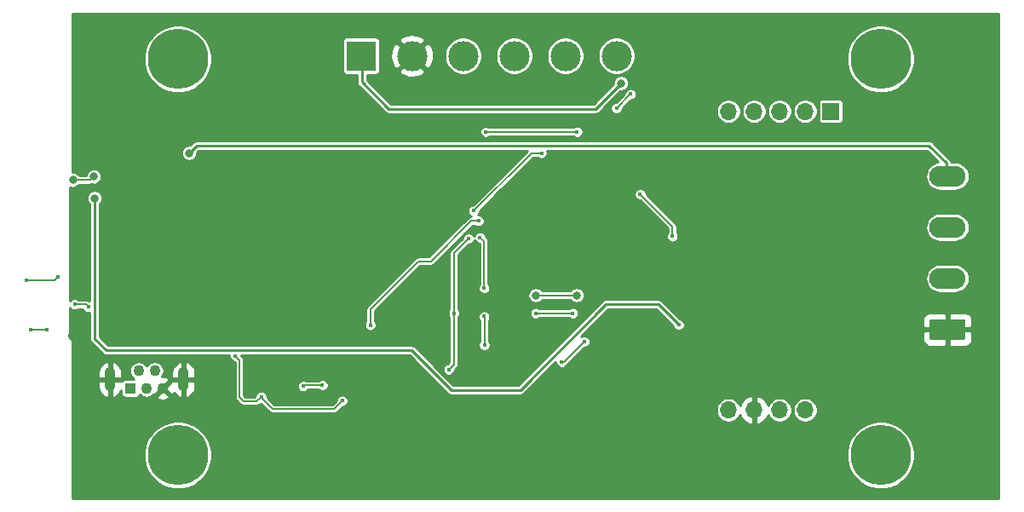
<source format=gbr>
G04 #@! TF.GenerationSoftware,KiCad,Pcbnew,(5.1.5)-3*
G04 #@! TF.CreationDate,2020-12-20T13:32:55+00:00*
G04 #@! TF.ProjectId,sensor_node_PCB,73656e73-6f72-45f6-9e6f-64655f504342,rev?*
G04 #@! TF.SameCoordinates,Original*
G04 #@! TF.FileFunction,Copper,L2,Bot*
G04 #@! TF.FilePolarity,Positive*
%FSLAX46Y46*%
G04 Gerber Fmt 4.6, Leading zero omitted, Abs format (unit mm)*
G04 Created by KiCad (PCBNEW (5.1.5)-3) date 2020-12-20 13:32:55*
%MOMM*%
%LPD*%
G04 APERTURE LIST*
%ADD10R,1.700000X1.700000*%
%ADD11O,1.700000X1.700000*%
%ADD12C,6.000000*%
%ADD13C,0.100000*%
%ADD14O,3.600000X2.080000*%
%ADD15R,1.100000X1.100000*%
%ADD16C,1.100000*%
%ADD17O,1.100000X2.400000*%
%ADD18C,3.000000*%
%ADD19R,3.000000X3.000000*%
%ADD20C,0.800000*%
%ADD21C,0.450000*%
%ADD22C,0.250000*%
%ADD23C,0.127000*%
%ADD24C,0.254000*%
G04 APERTURE END LIST*
D10*
X183000000Y-94100000D03*
D11*
X180460000Y-94100000D03*
X177920000Y-94100000D03*
X175380000Y-94100000D03*
X172840000Y-94100000D03*
X180460000Y-123800000D03*
X172840000Y-123800000D03*
X177920000Y-123800000D03*
X175380000Y-123800000D03*
D12*
X118110000Y-128270000D03*
X187960000Y-128270000D03*
X187960000Y-88900000D03*
X118110000Y-88900000D03*
G04 #@! TA.AperFunction,ComponentPad*
D13*
G36*
X196174505Y-114761204D02*
G01*
X196198773Y-114764804D01*
X196222572Y-114770765D01*
X196245671Y-114779030D01*
X196267850Y-114789520D01*
X196288893Y-114802132D01*
X196308599Y-114816747D01*
X196326777Y-114833223D01*
X196343253Y-114851401D01*
X196357868Y-114871107D01*
X196370480Y-114892150D01*
X196380970Y-114914329D01*
X196389235Y-114937428D01*
X196395196Y-114961227D01*
X196398796Y-114985495D01*
X196400000Y-115009999D01*
X196400000Y-116590001D01*
X196398796Y-116614505D01*
X196395196Y-116638773D01*
X196389235Y-116662572D01*
X196380970Y-116685671D01*
X196370480Y-116707850D01*
X196357868Y-116728893D01*
X196343253Y-116748599D01*
X196326777Y-116766777D01*
X196308599Y-116783253D01*
X196288893Y-116797868D01*
X196267850Y-116810480D01*
X196245671Y-116820970D01*
X196222572Y-116829235D01*
X196198773Y-116835196D01*
X196174505Y-116838796D01*
X196150001Y-116840000D01*
X193049999Y-116840000D01*
X193025495Y-116838796D01*
X193001227Y-116835196D01*
X192977428Y-116829235D01*
X192954329Y-116820970D01*
X192932150Y-116810480D01*
X192911107Y-116797868D01*
X192891401Y-116783253D01*
X192873223Y-116766777D01*
X192856747Y-116748599D01*
X192842132Y-116728893D01*
X192829520Y-116707850D01*
X192819030Y-116685671D01*
X192810765Y-116662572D01*
X192804804Y-116638773D01*
X192801204Y-116614505D01*
X192800000Y-116590001D01*
X192800000Y-115009999D01*
X192801204Y-114985495D01*
X192804804Y-114961227D01*
X192810765Y-114937428D01*
X192819030Y-114914329D01*
X192829520Y-114892150D01*
X192842132Y-114871107D01*
X192856747Y-114851401D01*
X192873223Y-114833223D01*
X192891401Y-114816747D01*
X192911107Y-114802132D01*
X192932150Y-114789520D01*
X192954329Y-114779030D01*
X192977428Y-114770765D01*
X193001227Y-114764804D01*
X193025495Y-114761204D01*
X193049999Y-114760000D01*
X196150001Y-114760000D01*
X196174505Y-114761204D01*
G37*
G04 #@! TD.AperFunction*
D14*
X194600000Y-110720000D03*
X194600000Y-105640000D03*
X194600000Y-100560000D03*
D15*
X113424000Y-121638000D03*
D16*
X114224000Y-119888000D03*
X115024000Y-121638000D03*
X115824000Y-119888000D03*
X116624000Y-121638000D03*
D17*
X111374000Y-120763000D03*
X118674000Y-120763000D03*
D18*
X141400000Y-88600000D03*
X146480000Y-88600000D03*
D19*
X136320000Y-88600000D03*
D18*
X151560000Y-88600000D03*
X156640000Y-88600000D03*
X161720000Y-88600000D03*
D20*
X162179000Y-91313000D03*
D21*
X126400000Y-122475000D03*
X123825000Y-118425000D03*
X134450000Y-122875000D03*
D20*
X175750000Y-109500000D03*
X170053000Y-105537000D03*
X162814000Y-102870000D03*
X154250000Y-105250000D03*
X129921000Y-100457000D03*
X135382000Y-116459000D03*
X133985000Y-119253000D03*
X126873000Y-114427000D03*
D21*
X163449000Y-121285000D03*
X163957000Y-123571000D03*
X145000000Y-104000000D03*
X141750000Y-108000000D03*
X138000000Y-108750000D03*
X137750000Y-109500000D03*
X107740000Y-103970000D03*
X109450000Y-101870000D03*
X111570000Y-108740000D03*
X107370000Y-116390000D03*
X107970000Y-115290000D03*
X107880000Y-111470000D03*
X107780000Y-108960000D03*
D20*
X109855000Y-102743000D03*
D21*
X167894000Y-115316000D03*
X103090000Y-110930000D03*
X106190000Y-110560000D03*
X105100000Y-115800000D03*
X103500000Y-115800000D03*
D20*
X119250000Y-98250000D03*
D21*
X147500000Y-104000000D03*
X154250000Y-98250000D03*
D20*
X109770000Y-100600000D03*
X107690000Y-100940000D03*
D21*
X107880000Y-113300000D03*
X109220000Y-113560000D03*
X145034000Y-119761000D03*
X145542000Y-114173000D03*
X147000000Y-106750000D03*
X158500000Y-117000000D03*
X156250000Y-119000000D03*
X148000000Y-105000000D03*
X137248700Y-115356700D03*
X153670000Y-114173000D03*
X157353000Y-114173000D03*
X136875000Y-113075000D03*
X148575000Y-117350000D03*
X148550000Y-114500000D03*
X148550000Y-111675000D03*
X148150000Y-106650000D03*
X161700000Y-93800000D03*
X163100000Y-92400000D03*
D20*
X153670000Y-112395000D03*
X157734000Y-112395000D03*
D21*
X167270000Y-106530000D03*
X164060000Y-102350000D03*
X157790000Y-96150000D03*
X148710000Y-96160000D03*
X130575000Y-121425000D03*
X132475000Y-121325000D03*
D22*
X162179000Y-91313000D02*
X159639000Y-93853000D01*
X159639000Y-93853000D02*
X146050000Y-93853000D01*
X146050000Y-93853000D02*
X139053000Y-93853000D01*
X139053000Y-93853000D02*
X136400000Y-91200000D01*
X136400000Y-91200000D02*
X136400000Y-88800000D01*
D23*
X126400000Y-122475000D02*
X126400000Y-122575000D01*
X126400000Y-122575000D02*
X127500000Y-123675000D01*
X127500000Y-123675000D02*
X133650000Y-123675000D01*
X133650000Y-123675000D02*
X134450000Y-122875000D01*
X124250000Y-118850000D02*
X123825000Y-118425000D01*
X124250000Y-122525000D02*
X124250000Y-118850000D01*
X124650000Y-122925000D02*
X124250000Y-122525000D01*
X126400000Y-122475000D02*
X125950000Y-122925000D01*
X125950000Y-122925000D02*
X124650000Y-122925000D01*
D22*
X109855000Y-102743000D02*
X109855000Y-116713000D01*
X109855000Y-116713000D02*
X110998000Y-117856000D01*
X110998000Y-117856000D02*
X141351000Y-117856000D01*
X141351000Y-117856000D02*
X145288000Y-121793000D01*
X145288000Y-121793000D02*
X152146000Y-121793000D01*
X152146000Y-121793000D02*
X160655000Y-113284000D01*
X160655000Y-113284000D02*
X165862000Y-113284000D01*
X165862000Y-113284000D02*
X167894000Y-115316000D01*
D23*
X103090000Y-110930000D02*
X105820000Y-110930000D01*
X105820000Y-110930000D02*
X106190000Y-110560000D01*
X105100000Y-115800000D02*
X103500000Y-115800000D01*
D22*
X119250000Y-98250000D02*
X120000000Y-97500000D01*
X120000000Y-97500000D02*
X192750000Y-97500000D01*
X192750000Y-97500000D02*
X194500000Y-99250000D01*
X194500000Y-99250000D02*
X194500000Y-100250000D01*
D23*
X147500000Y-104000000D02*
X153250000Y-98250000D01*
X153250000Y-98250000D02*
X154250000Y-98250000D01*
X109770000Y-100600000D02*
X109430000Y-100940000D01*
X109430000Y-100940000D02*
X107690000Y-100940000D01*
X107880000Y-113300000D02*
X108960000Y-113300000D01*
X108960000Y-113300000D02*
X109220000Y-113560000D01*
X145034000Y-119761000D02*
X145542000Y-119253000D01*
X145542000Y-119253000D02*
X145542000Y-114173000D01*
X145542000Y-108208000D02*
X145542000Y-114173000D01*
X147000000Y-106750000D02*
X145542000Y-108208000D01*
X158500000Y-117000000D02*
X156500000Y-119000000D01*
X156500000Y-119000000D02*
X156250000Y-119000000D01*
X148000000Y-105000000D02*
X147250000Y-105000000D01*
X147250000Y-105000000D02*
X143250000Y-109000000D01*
X143250000Y-109000000D02*
X142000000Y-109000000D01*
X142000000Y-109000000D02*
X137248700Y-113751300D01*
X137248700Y-113751300D02*
X137248700Y-115356700D01*
X153670000Y-114173000D02*
X157353000Y-114173000D01*
X148575000Y-117350000D02*
X148575000Y-114525000D01*
X148575000Y-114525000D02*
X148550000Y-114500000D01*
X148550000Y-111675000D02*
X148550000Y-107050000D01*
X148550000Y-107050000D02*
X148150000Y-106650000D01*
X161700000Y-93800000D02*
X163100000Y-92400000D01*
X153670000Y-112395000D02*
X157734000Y-112395000D01*
X167270000Y-106530000D02*
X167270000Y-105560000D01*
X167270000Y-105560000D02*
X164060000Y-102350000D01*
X157790000Y-96150000D02*
X148720000Y-96150000D01*
X148720000Y-96150000D02*
X148710000Y-96160000D01*
X130575000Y-121425000D02*
X130675000Y-121325000D01*
X130675000Y-121325000D02*
X132475000Y-121325000D01*
D24*
G36*
X199674000Y-89830059D02*
G01*
X199674000Y-89830060D01*
X199674001Y-126890050D01*
X199674000Y-126890060D01*
X199674001Y-132594000D01*
X107656000Y-132594000D01*
X107656000Y-127937001D01*
X114729000Y-127937001D01*
X114729000Y-128602999D01*
X114858930Y-129256201D01*
X115113797Y-129871504D01*
X115483806Y-130425262D01*
X115954738Y-130896194D01*
X116508496Y-131266203D01*
X117123799Y-131521070D01*
X117777001Y-131651000D01*
X118442999Y-131651000D01*
X119096201Y-131521070D01*
X119711504Y-131266203D01*
X120265262Y-130896194D01*
X120736194Y-130425262D01*
X121106203Y-129871504D01*
X121361070Y-129256201D01*
X121491000Y-128602999D01*
X121491000Y-127937001D01*
X184579000Y-127937001D01*
X184579000Y-128602999D01*
X184708930Y-129256201D01*
X184963797Y-129871504D01*
X185333806Y-130425262D01*
X185804738Y-130896194D01*
X186358496Y-131266203D01*
X186973799Y-131521070D01*
X187627001Y-131651000D01*
X188292999Y-131651000D01*
X188946201Y-131521070D01*
X189561504Y-131266203D01*
X190115262Y-130896194D01*
X190586194Y-130425262D01*
X190956203Y-129871504D01*
X191211070Y-129256201D01*
X191341000Y-128602999D01*
X191341000Y-127937001D01*
X191211070Y-127283799D01*
X190956203Y-126668496D01*
X190586194Y-126114738D01*
X190115262Y-125643806D01*
X189561504Y-125273797D01*
X188946201Y-125018930D01*
X188292999Y-124889000D01*
X187627001Y-124889000D01*
X186973799Y-125018930D01*
X186358496Y-125273797D01*
X185804738Y-125643806D01*
X185333806Y-126114738D01*
X184963797Y-126668496D01*
X184708930Y-127283799D01*
X184579000Y-127937001D01*
X121491000Y-127937001D01*
X121361070Y-127283799D01*
X121106203Y-126668496D01*
X120736194Y-126114738D01*
X120265262Y-125643806D01*
X119711504Y-125273797D01*
X119096201Y-125018930D01*
X118442999Y-124889000D01*
X117777001Y-124889000D01*
X117123799Y-125018930D01*
X116508496Y-125273797D01*
X115954738Y-125643806D01*
X115483806Y-126114738D01*
X115113797Y-126668496D01*
X114858930Y-127283799D01*
X114729000Y-127937001D01*
X107656000Y-127937001D01*
X107656000Y-120890000D01*
X110189000Y-120890000D01*
X110189000Y-121540000D01*
X110236546Y-121768742D01*
X110327804Y-121983813D01*
X110459266Y-122176948D01*
X110625881Y-122340725D01*
X110821246Y-122468850D01*
X111037853Y-122556399D01*
X111064256Y-122556803D01*
X111247000Y-122431361D01*
X111247000Y-120890000D01*
X111501000Y-120890000D01*
X111501000Y-122431361D01*
X111683744Y-122556803D01*
X111710147Y-122556399D01*
X111926754Y-122468850D01*
X112122119Y-122340725D01*
X112288734Y-122176948D01*
X112420196Y-121983813D01*
X112491157Y-121816577D01*
X112491157Y-122188000D01*
X112498513Y-122262689D01*
X112520299Y-122334508D01*
X112555678Y-122400696D01*
X112603289Y-122458711D01*
X112661304Y-122506322D01*
X112727492Y-122541701D01*
X112799311Y-122563487D01*
X112874000Y-122570843D01*
X113974000Y-122570843D01*
X114048689Y-122563487D01*
X114120508Y-122541701D01*
X114186696Y-122506322D01*
X114244711Y-122458711D01*
X114292322Y-122400696D01*
X114327701Y-122334508D01*
X114345430Y-122276063D01*
X114430522Y-122361155D01*
X114583006Y-122463042D01*
X114752437Y-122533222D01*
X114932304Y-122569000D01*
X115115696Y-122569000D01*
X115295563Y-122533222D01*
X115464994Y-122463042D01*
X115481550Y-122451979D01*
X115989626Y-122451979D01*
X116030841Y-122670478D01*
X116243665Y-122766359D01*
X116471105Y-122818878D01*
X116704421Y-122826016D01*
X116934646Y-122787500D01*
X117152934Y-122704808D01*
X117217159Y-122670478D01*
X117258374Y-122451979D01*
X116624000Y-121817605D01*
X115989626Y-122451979D01*
X115481550Y-122451979D01*
X115617478Y-122361155D01*
X115722725Y-122255908D01*
X115810021Y-122272374D01*
X116444395Y-121638000D01*
X116803605Y-121638000D01*
X117437979Y-122272374D01*
X117656478Y-122231159D01*
X117712111Y-122107672D01*
X117759266Y-122176948D01*
X117925881Y-122340725D01*
X118121246Y-122468850D01*
X118337853Y-122556399D01*
X118364256Y-122556803D01*
X118547000Y-122431361D01*
X118547000Y-120890000D01*
X118801000Y-120890000D01*
X118801000Y-122431361D01*
X118983744Y-122556803D01*
X119010147Y-122556399D01*
X119226754Y-122468850D01*
X119422119Y-122340725D01*
X119588734Y-122176948D01*
X119720196Y-121983813D01*
X119811454Y-121768742D01*
X119859000Y-121540000D01*
X119859000Y-120890000D01*
X118801000Y-120890000D01*
X118547000Y-120890000D01*
X117489000Y-120890000D01*
X117489000Y-121013250D01*
X117437979Y-121003626D01*
X116803605Y-121638000D01*
X116444395Y-121638000D01*
X116430253Y-121623858D01*
X116609858Y-121444253D01*
X116624000Y-121458395D01*
X117258374Y-120824021D01*
X117217159Y-120605522D01*
X117004335Y-120509641D01*
X116776895Y-120457122D01*
X116567706Y-120450722D01*
X116649042Y-120328994D01*
X116719222Y-120159563D01*
X116753746Y-119986000D01*
X117489000Y-119986000D01*
X117489000Y-120636000D01*
X118547000Y-120636000D01*
X118547000Y-119094639D01*
X118801000Y-119094639D01*
X118801000Y-120636000D01*
X119859000Y-120636000D01*
X119859000Y-119986000D01*
X119811454Y-119757258D01*
X119720196Y-119542187D01*
X119588734Y-119349052D01*
X119422119Y-119185275D01*
X119226754Y-119057150D01*
X119010147Y-118969601D01*
X118983744Y-118969197D01*
X118801000Y-119094639D01*
X118547000Y-119094639D01*
X118364256Y-118969197D01*
X118337853Y-118969601D01*
X118121246Y-119057150D01*
X117925881Y-119185275D01*
X117759266Y-119349052D01*
X117627804Y-119542187D01*
X117536546Y-119757258D01*
X117489000Y-119986000D01*
X116753746Y-119986000D01*
X116755000Y-119979696D01*
X116755000Y-119796304D01*
X116719222Y-119616437D01*
X116649042Y-119447006D01*
X116547155Y-119294522D01*
X116417478Y-119164845D01*
X116264994Y-119062958D01*
X116095563Y-118992778D01*
X115915696Y-118957000D01*
X115732304Y-118957000D01*
X115552437Y-118992778D01*
X115383006Y-119062958D01*
X115230522Y-119164845D01*
X115100845Y-119294522D01*
X115024000Y-119409528D01*
X114947155Y-119294522D01*
X114817478Y-119164845D01*
X114664994Y-119062958D01*
X114495563Y-118992778D01*
X114315696Y-118957000D01*
X114132304Y-118957000D01*
X113952437Y-118992778D01*
X113783006Y-119062958D01*
X113630522Y-119164845D01*
X113500845Y-119294522D01*
X113398958Y-119447006D01*
X113328778Y-119616437D01*
X113293000Y-119796304D01*
X113293000Y-119979696D01*
X113328778Y-120159563D01*
X113398958Y-120328994D01*
X113500845Y-120481478D01*
X113630522Y-120611155D01*
X113771205Y-120705157D01*
X112874000Y-120705157D01*
X112799311Y-120712513D01*
X112727492Y-120734299D01*
X112661304Y-120769678D01*
X112603289Y-120817289D01*
X112555678Y-120875304D01*
X112547823Y-120890000D01*
X111501000Y-120890000D01*
X111247000Y-120890000D01*
X110189000Y-120890000D01*
X107656000Y-120890000D01*
X107656000Y-119986000D01*
X110189000Y-119986000D01*
X110189000Y-120636000D01*
X111247000Y-120636000D01*
X111247000Y-119094639D01*
X111501000Y-119094639D01*
X111501000Y-120636000D01*
X112559000Y-120636000D01*
X112559000Y-119986000D01*
X112511454Y-119757258D01*
X112420196Y-119542187D01*
X112288734Y-119349052D01*
X112122119Y-119185275D01*
X111926754Y-119057150D01*
X111710147Y-118969601D01*
X111683744Y-118969197D01*
X111501000Y-119094639D01*
X111247000Y-119094639D01*
X111064256Y-118969197D01*
X111037853Y-118969601D01*
X110821246Y-119057150D01*
X110625881Y-119185275D01*
X110459266Y-119349052D01*
X110327804Y-119542187D01*
X110236546Y-119757258D01*
X110189000Y-119986000D01*
X107656000Y-119986000D01*
X107656000Y-117020019D01*
X107657963Y-117000178D01*
X107656000Y-116980158D01*
X107656000Y-116980059D01*
X107653849Y-116958223D01*
X107650159Y-116920586D01*
X107650134Y-116920504D01*
X107650125Y-116920410D01*
X107637651Y-116879289D01*
X107626977Y-116844045D01*
X107626938Y-116843973D01*
X107626910Y-116843879D01*
X107606559Y-116805805D01*
X107589308Y-116773496D01*
X107589255Y-116773432D01*
X107589210Y-116773347D01*
X107561978Y-116740165D01*
X107538599Y-116711653D01*
X107538535Y-116711601D01*
X107538474Y-116711526D01*
X107505712Y-116684639D01*
X107476801Y-116660890D01*
X107476726Y-116660850D01*
X107476653Y-116660790D01*
X107439552Y-116640959D01*
X107406285Y-116623159D01*
X107406204Y-116623134D01*
X107406121Y-116623090D01*
X107377000Y-116614257D01*
X107377000Y-113637978D01*
X107409289Y-113686302D01*
X107493698Y-113770711D01*
X107592951Y-113837030D01*
X107703236Y-113882712D01*
X107820314Y-113906000D01*
X107939686Y-113906000D01*
X108056764Y-113882712D01*
X108167049Y-113837030D01*
X108266302Y-113770711D01*
X108292513Y-113744500D01*
X108640492Y-113744500D01*
X108682970Y-113847049D01*
X108749289Y-113946302D01*
X108833698Y-114030711D01*
X108932951Y-114097030D01*
X109043236Y-114142712D01*
X109160314Y-114166000D01*
X109279686Y-114166000D01*
X109349001Y-114152213D01*
X109349001Y-116688144D01*
X109346553Y-116713000D01*
X109356322Y-116812192D01*
X109385255Y-116907574D01*
X109402755Y-116940314D01*
X109432242Y-116995479D01*
X109495474Y-117072527D01*
X109514780Y-117088371D01*
X110622628Y-118196220D01*
X110638473Y-118215527D01*
X110715521Y-118278759D01*
X110803425Y-118325745D01*
X110898806Y-118354678D01*
X110908694Y-118355652D01*
X110973146Y-118362000D01*
X110973153Y-118362000D01*
X110997999Y-118364447D01*
X111022845Y-118362000D01*
X123219659Y-118362000D01*
X123219000Y-118365314D01*
X123219000Y-118484686D01*
X123242288Y-118601764D01*
X123287970Y-118712049D01*
X123354289Y-118811302D01*
X123438698Y-118895711D01*
X123537951Y-118962030D01*
X123648236Y-119007712D01*
X123765314Y-119031000D01*
X123802382Y-119031000D01*
X123805501Y-119034119D01*
X123805500Y-122503180D01*
X123803351Y-122525000D01*
X123805500Y-122546820D01*
X123805500Y-122546829D01*
X123811932Y-122612136D01*
X123827100Y-122662137D01*
X123837349Y-122695925D01*
X123878624Y-122773145D01*
X123890703Y-122787863D01*
X123934171Y-122840829D01*
X123951129Y-122854746D01*
X124320258Y-123223876D01*
X124334171Y-123240829D01*
X124351124Y-123254742D01*
X124351126Y-123254744D01*
X124359117Y-123261302D01*
X124401855Y-123296376D01*
X124479074Y-123337651D01*
X124562863Y-123363068D01*
X124628170Y-123369500D01*
X124628179Y-123369500D01*
X124649999Y-123371649D01*
X124671819Y-123369500D01*
X125928180Y-123369500D01*
X125950000Y-123371649D01*
X125971820Y-123369500D01*
X125971830Y-123369500D01*
X126037137Y-123363068D01*
X126120926Y-123337651D01*
X126198145Y-123296376D01*
X126265829Y-123240829D01*
X126279746Y-123223871D01*
X126350000Y-123153617D01*
X127170258Y-123973876D01*
X127184171Y-123990829D01*
X127201124Y-124004742D01*
X127201127Y-124004745D01*
X127251854Y-124046376D01*
X127329074Y-124087651D01*
X127412863Y-124113068D01*
X127478170Y-124119500D01*
X127478180Y-124119500D01*
X127500000Y-124121649D01*
X127521820Y-124119500D01*
X133628180Y-124119500D01*
X133650000Y-124121649D01*
X133671820Y-124119500D01*
X133671830Y-124119500D01*
X133737137Y-124113068D01*
X133820926Y-124087651D01*
X133898145Y-124046376D01*
X133965829Y-123990829D01*
X133979746Y-123973871D01*
X134274860Y-123678757D01*
X171609000Y-123678757D01*
X171609000Y-123921243D01*
X171656307Y-124159069D01*
X171749102Y-124383097D01*
X171883820Y-124584717D01*
X172055283Y-124756180D01*
X172256903Y-124890898D01*
X172480931Y-124983693D01*
X172718757Y-125031000D01*
X172961243Y-125031000D01*
X173199069Y-124983693D01*
X173423097Y-124890898D01*
X173624717Y-124756180D01*
X173796180Y-124584717D01*
X173930898Y-124383097D01*
X173978228Y-124268832D01*
X174035843Y-124431252D01*
X174184822Y-124681355D01*
X174379731Y-124897588D01*
X174613080Y-125071641D01*
X174875901Y-125196825D01*
X175023110Y-125241476D01*
X175253000Y-125120155D01*
X175253000Y-123927000D01*
X175233000Y-123927000D01*
X175233000Y-123673000D01*
X175253000Y-123673000D01*
X175253000Y-122479845D01*
X175507000Y-122479845D01*
X175507000Y-123673000D01*
X175527000Y-123673000D01*
X175527000Y-123927000D01*
X175507000Y-123927000D01*
X175507000Y-125120155D01*
X175736890Y-125241476D01*
X175884099Y-125196825D01*
X176146920Y-125071641D01*
X176380269Y-124897588D01*
X176575178Y-124681355D01*
X176724157Y-124431252D01*
X176781772Y-124268832D01*
X176829102Y-124383097D01*
X176963820Y-124584717D01*
X177135283Y-124756180D01*
X177336903Y-124890898D01*
X177560931Y-124983693D01*
X177798757Y-125031000D01*
X178041243Y-125031000D01*
X178279069Y-124983693D01*
X178503097Y-124890898D01*
X178704717Y-124756180D01*
X178876180Y-124584717D01*
X179010898Y-124383097D01*
X179103693Y-124159069D01*
X179151000Y-123921243D01*
X179151000Y-123678757D01*
X179229000Y-123678757D01*
X179229000Y-123921243D01*
X179276307Y-124159069D01*
X179369102Y-124383097D01*
X179503820Y-124584717D01*
X179675283Y-124756180D01*
X179876903Y-124890898D01*
X180100931Y-124983693D01*
X180338757Y-125031000D01*
X180581243Y-125031000D01*
X180819069Y-124983693D01*
X181043097Y-124890898D01*
X181244717Y-124756180D01*
X181416180Y-124584717D01*
X181550898Y-124383097D01*
X181643693Y-124159069D01*
X181691000Y-123921243D01*
X181691000Y-123678757D01*
X181643693Y-123440931D01*
X181550898Y-123216903D01*
X181416180Y-123015283D01*
X181244717Y-122843820D01*
X181043097Y-122709102D01*
X180819069Y-122616307D01*
X180581243Y-122569000D01*
X180338757Y-122569000D01*
X180100931Y-122616307D01*
X179876903Y-122709102D01*
X179675283Y-122843820D01*
X179503820Y-123015283D01*
X179369102Y-123216903D01*
X179276307Y-123440931D01*
X179229000Y-123678757D01*
X179151000Y-123678757D01*
X179103693Y-123440931D01*
X179010898Y-123216903D01*
X178876180Y-123015283D01*
X178704717Y-122843820D01*
X178503097Y-122709102D01*
X178279069Y-122616307D01*
X178041243Y-122569000D01*
X177798757Y-122569000D01*
X177560931Y-122616307D01*
X177336903Y-122709102D01*
X177135283Y-122843820D01*
X176963820Y-123015283D01*
X176829102Y-123216903D01*
X176781772Y-123331168D01*
X176724157Y-123168748D01*
X176575178Y-122918645D01*
X176380269Y-122702412D01*
X176146920Y-122528359D01*
X175884099Y-122403175D01*
X175736890Y-122358524D01*
X175507000Y-122479845D01*
X175253000Y-122479845D01*
X175023110Y-122358524D01*
X174875901Y-122403175D01*
X174613080Y-122528359D01*
X174379731Y-122702412D01*
X174184822Y-122918645D01*
X174035843Y-123168748D01*
X173978228Y-123331168D01*
X173930898Y-123216903D01*
X173796180Y-123015283D01*
X173624717Y-122843820D01*
X173423097Y-122709102D01*
X173199069Y-122616307D01*
X172961243Y-122569000D01*
X172718757Y-122569000D01*
X172480931Y-122616307D01*
X172256903Y-122709102D01*
X172055283Y-122843820D01*
X171883820Y-123015283D01*
X171749102Y-123216903D01*
X171656307Y-123440931D01*
X171609000Y-123678757D01*
X134274860Y-123678757D01*
X134472618Y-123481000D01*
X134509686Y-123481000D01*
X134626764Y-123457712D01*
X134737049Y-123412030D01*
X134836302Y-123345711D01*
X134920711Y-123261302D01*
X134987030Y-123162049D01*
X135032712Y-123051764D01*
X135056000Y-122934686D01*
X135056000Y-122815314D01*
X135032712Y-122698236D01*
X134987030Y-122587951D01*
X134920711Y-122488698D01*
X134836302Y-122404289D01*
X134737049Y-122337970D01*
X134626764Y-122292288D01*
X134509686Y-122269000D01*
X134390314Y-122269000D01*
X134273236Y-122292288D01*
X134162951Y-122337970D01*
X134063698Y-122404289D01*
X133979289Y-122488698D01*
X133912970Y-122587951D01*
X133867288Y-122698236D01*
X133844000Y-122815314D01*
X133844000Y-122852382D01*
X133465883Y-123230500D01*
X127684118Y-123230500D01*
X127003064Y-122549447D01*
X127006000Y-122534686D01*
X127006000Y-122415314D01*
X126982712Y-122298236D01*
X126937030Y-122187951D01*
X126870711Y-122088698D01*
X126786302Y-122004289D01*
X126687049Y-121937970D01*
X126576764Y-121892288D01*
X126459686Y-121869000D01*
X126340314Y-121869000D01*
X126223236Y-121892288D01*
X126112951Y-121937970D01*
X126013698Y-122004289D01*
X125929289Y-122088698D01*
X125862970Y-122187951D01*
X125817288Y-122298236D01*
X125794000Y-122415314D01*
X125794000Y-122452383D01*
X125765883Y-122480500D01*
X124834118Y-122480500D01*
X124694500Y-122340883D01*
X124694500Y-121365314D01*
X129969000Y-121365314D01*
X129969000Y-121484686D01*
X129992288Y-121601764D01*
X130037970Y-121712049D01*
X130104289Y-121811302D01*
X130188698Y-121895711D01*
X130287951Y-121962030D01*
X130398236Y-122007712D01*
X130515314Y-122031000D01*
X130634686Y-122031000D01*
X130751764Y-122007712D01*
X130862049Y-121962030D01*
X130961302Y-121895711D01*
X131045711Y-121811302D01*
X131073642Y-121769500D01*
X132062487Y-121769500D01*
X132088698Y-121795711D01*
X132187951Y-121862030D01*
X132298236Y-121907712D01*
X132415314Y-121931000D01*
X132534686Y-121931000D01*
X132651764Y-121907712D01*
X132762049Y-121862030D01*
X132861302Y-121795711D01*
X132945711Y-121711302D01*
X133012030Y-121612049D01*
X133057712Y-121501764D01*
X133081000Y-121384686D01*
X133081000Y-121265314D01*
X133057712Y-121148236D01*
X133012030Y-121037951D01*
X132945711Y-120938698D01*
X132861302Y-120854289D01*
X132762049Y-120787970D01*
X132651764Y-120742288D01*
X132534686Y-120719000D01*
X132415314Y-120719000D01*
X132298236Y-120742288D01*
X132187951Y-120787970D01*
X132088698Y-120854289D01*
X132062487Y-120880500D01*
X130844015Y-120880500D01*
X130751764Y-120842288D01*
X130634686Y-120819000D01*
X130515314Y-120819000D01*
X130398236Y-120842288D01*
X130287951Y-120887970D01*
X130188698Y-120954289D01*
X130104289Y-121038698D01*
X130037970Y-121137951D01*
X129992288Y-121248236D01*
X129969000Y-121365314D01*
X124694500Y-121365314D01*
X124694500Y-118871820D01*
X124696649Y-118850000D01*
X124694500Y-118828180D01*
X124694500Y-118828170D01*
X124688068Y-118762863D01*
X124662651Y-118679074D01*
X124635685Y-118628624D01*
X124621376Y-118601854D01*
X124579745Y-118551127D01*
X124579742Y-118551124D01*
X124565829Y-118534171D01*
X124548876Y-118520258D01*
X124431000Y-118402382D01*
X124431000Y-118365314D01*
X124430341Y-118362000D01*
X141141409Y-118362000D01*
X144912628Y-122133220D01*
X144928473Y-122152527D01*
X145005521Y-122215759D01*
X145060704Y-122245255D01*
X145093425Y-122262745D01*
X145188807Y-122291678D01*
X145288000Y-122301448D01*
X145312854Y-122299000D01*
X152121154Y-122299000D01*
X152146000Y-122301447D01*
X152170846Y-122299000D01*
X152170854Y-122299000D01*
X152245193Y-122291678D01*
X152340575Y-122262745D01*
X152428479Y-122215759D01*
X152505527Y-122152527D01*
X152521376Y-122133215D01*
X155644000Y-119010591D01*
X155644000Y-119059686D01*
X155667288Y-119176764D01*
X155712970Y-119287049D01*
X155779289Y-119386302D01*
X155863698Y-119470711D01*
X155962951Y-119537030D01*
X156073236Y-119582712D01*
X156190314Y-119606000D01*
X156309686Y-119606000D01*
X156426764Y-119582712D01*
X156537049Y-119537030D01*
X156636302Y-119470711D01*
X156720711Y-119386302D01*
X156720983Y-119385894D01*
X156748145Y-119371376D01*
X156815829Y-119315829D01*
X156829747Y-119298870D01*
X158522618Y-117606000D01*
X158559686Y-117606000D01*
X158676764Y-117582712D01*
X158787049Y-117537030D01*
X158886302Y-117470711D01*
X158970711Y-117386302D01*
X159037030Y-117287049D01*
X159082712Y-117176764D01*
X159106000Y-117059686D01*
X159106000Y-116940314D01*
X159086047Y-116840000D01*
X192161928Y-116840000D01*
X192174188Y-116964482D01*
X192210498Y-117084180D01*
X192269463Y-117194494D01*
X192348815Y-117291185D01*
X192445506Y-117370537D01*
X192555820Y-117429502D01*
X192675518Y-117465812D01*
X192800000Y-117478072D01*
X194314250Y-117475000D01*
X194473000Y-117316250D01*
X194473000Y-115927000D01*
X194727000Y-115927000D01*
X194727000Y-117316250D01*
X194885750Y-117475000D01*
X196400000Y-117478072D01*
X196524482Y-117465812D01*
X196644180Y-117429502D01*
X196754494Y-117370537D01*
X196851185Y-117291185D01*
X196930537Y-117194494D01*
X196989502Y-117084180D01*
X197025812Y-116964482D01*
X197038072Y-116840000D01*
X197035000Y-116085750D01*
X196876250Y-115927000D01*
X194727000Y-115927000D01*
X194473000Y-115927000D01*
X192323750Y-115927000D01*
X192165000Y-116085750D01*
X192161928Y-116840000D01*
X159086047Y-116840000D01*
X159082712Y-116823236D01*
X159037030Y-116712951D01*
X158970711Y-116613698D01*
X158886302Y-116529289D01*
X158787049Y-116462970D01*
X158676764Y-116417288D01*
X158559686Y-116394000D01*
X158440314Y-116394000D01*
X158323236Y-116417288D01*
X158212951Y-116462970D01*
X158148671Y-116505921D01*
X160864592Y-113790000D01*
X165652409Y-113790000D01*
X167300392Y-115437983D01*
X167311288Y-115492764D01*
X167356970Y-115603049D01*
X167423289Y-115702302D01*
X167507698Y-115786711D01*
X167606951Y-115853030D01*
X167717236Y-115898712D01*
X167834314Y-115922000D01*
X167953686Y-115922000D01*
X168070764Y-115898712D01*
X168181049Y-115853030D01*
X168280302Y-115786711D01*
X168364711Y-115702302D01*
X168431030Y-115603049D01*
X168476712Y-115492764D01*
X168500000Y-115375686D01*
X168500000Y-115256314D01*
X168476712Y-115139236D01*
X168431030Y-115028951D01*
X168364711Y-114929698D01*
X168280302Y-114845289D01*
X168181049Y-114778970D01*
X168135252Y-114760000D01*
X192161928Y-114760000D01*
X192165000Y-115514250D01*
X192323750Y-115673000D01*
X194473000Y-115673000D01*
X194473000Y-114283750D01*
X194727000Y-114283750D01*
X194727000Y-115673000D01*
X196876250Y-115673000D01*
X197035000Y-115514250D01*
X197038072Y-114760000D01*
X197025812Y-114635518D01*
X196989502Y-114515820D01*
X196930537Y-114405506D01*
X196851185Y-114308815D01*
X196754494Y-114229463D01*
X196644180Y-114170498D01*
X196524482Y-114134188D01*
X196400000Y-114121928D01*
X194885750Y-114125000D01*
X194727000Y-114283750D01*
X194473000Y-114283750D01*
X194314250Y-114125000D01*
X192800000Y-114121928D01*
X192675518Y-114134188D01*
X192555820Y-114170498D01*
X192445506Y-114229463D01*
X192348815Y-114308815D01*
X192269463Y-114405506D01*
X192210498Y-114515820D01*
X192174188Y-114635518D01*
X192161928Y-114760000D01*
X168135252Y-114760000D01*
X168070764Y-114733288D01*
X168015983Y-114722392D01*
X166237376Y-112943785D01*
X166221527Y-112924473D01*
X166144479Y-112861241D01*
X166056575Y-112814255D01*
X165961193Y-112785322D01*
X165886854Y-112778000D01*
X165886846Y-112778000D01*
X165862000Y-112775553D01*
X165837154Y-112778000D01*
X160679845Y-112778000D01*
X160654999Y-112775553D01*
X160630153Y-112778000D01*
X160630146Y-112778000D01*
X160565694Y-112784348D01*
X160555806Y-112785322D01*
X160482196Y-112807651D01*
X160460425Y-112814255D01*
X160372521Y-112861241D01*
X160295473Y-112924473D01*
X160279628Y-112943780D01*
X151936409Y-121287000D01*
X145497592Y-121287000D01*
X143911906Y-119701314D01*
X144428000Y-119701314D01*
X144428000Y-119820686D01*
X144451288Y-119937764D01*
X144496970Y-120048049D01*
X144563289Y-120147302D01*
X144647698Y-120231711D01*
X144746951Y-120298030D01*
X144857236Y-120343712D01*
X144974314Y-120367000D01*
X145093686Y-120367000D01*
X145210764Y-120343712D01*
X145321049Y-120298030D01*
X145420302Y-120231711D01*
X145504711Y-120147302D01*
X145571030Y-120048049D01*
X145616712Y-119937764D01*
X145640000Y-119820686D01*
X145640000Y-119783618D01*
X145840877Y-119582741D01*
X145857829Y-119568829D01*
X145903766Y-119512855D01*
X145913375Y-119501147D01*
X145916041Y-119496160D01*
X145954651Y-119423926D01*
X145980068Y-119340137D01*
X145986500Y-119274830D01*
X145986500Y-119274821D01*
X145988649Y-119253001D01*
X145986500Y-119231181D01*
X145986500Y-114585513D01*
X146012711Y-114559302D01*
X146079030Y-114460049D01*
X146087204Y-114440314D01*
X147944000Y-114440314D01*
X147944000Y-114559686D01*
X147967288Y-114676764D01*
X148012970Y-114787049D01*
X148079289Y-114886302D01*
X148130501Y-114937514D01*
X148130500Y-116937487D01*
X148104289Y-116963698D01*
X148037970Y-117062951D01*
X147992288Y-117173236D01*
X147969000Y-117290314D01*
X147969000Y-117409686D01*
X147992288Y-117526764D01*
X148037970Y-117637049D01*
X148104289Y-117736302D01*
X148188698Y-117820711D01*
X148287951Y-117887030D01*
X148398236Y-117932712D01*
X148515314Y-117956000D01*
X148634686Y-117956000D01*
X148751764Y-117932712D01*
X148862049Y-117887030D01*
X148961302Y-117820711D01*
X149045711Y-117736302D01*
X149112030Y-117637049D01*
X149157712Y-117526764D01*
X149181000Y-117409686D01*
X149181000Y-117290314D01*
X149157712Y-117173236D01*
X149112030Y-117062951D01*
X149045711Y-116963698D01*
X149019500Y-116937487D01*
X149019500Y-114887513D01*
X149020711Y-114886302D01*
X149087030Y-114787049D01*
X149132712Y-114676764D01*
X149156000Y-114559686D01*
X149156000Y-114440314D01*
X149132712Y-114323236D01*
X149087030Y-114212951D01*
X149020711Y-114113698D01*
X149020327Y-114113314D01*
X153064000Y-114113314D01*
X153064000Y-114232686D01*
X153087288Y-114349764D01*
X153132970Y-114460049D01*
X153199289Y-114559302D01*
X153283698Y-114643711D01*
X153382951Y-114710030D01*
X153493236Y-114755712D01*
X153610314Y-114779000D01*
X153729686Y-114779000D01*
X153846764Y-114755712D01*
X153957049Y-114710030D01*
X154056302Y-114643711D01*
X154082513Y-114617500D01*
X156940487Y-114617500D01*
X156966698Y-114643711D01*
X157065951Y-114710030D01*
X157176236Y-114755712D01*
X157293314Y-114779000D01*
X157412686Y-114779000D01*
X157529764Y-114755712D01*
X157640049Y-114710030D01*
X157739302Y-114643711D01*
X157823711Y-114559302D01*
X157890030Y-114460049D01*
X157935712Y-114349764D01*
X157959000Y-114232686D01*
X157959000Y-114113314D01*
X157935712Y-113996236D01*
X157890030Y-113885951D01*
X157823711Y-113786698D01*
X157739302Y-113702289D01*
X157640049Y-113635970D01*
X157529764Y-113590288D01*
X157412686Y-113567000D01*
X157293314Y-113567000D01*
X157176236Y-113590288D01*
X157065951Y-113635970D01*
X156966698Y-113702289D01*
X156940487Y-113728500D01*
X154082513Y-113728500D01*
X154056302Y-113702289D01*
X153957049Y-113635970D01*
X153846764Y-113590288D01*
X153729686Y-113567000D01*
X153610314Y-113567000D01*
X153493236Y-113590288D01*
X153382951Y-113635970D01*
X153283698Y-113702289D01*
X153199289Y-113786698D01*
X153132970Y-113885951D01*
X153087288Y-113996236D01*
X153064000Y-114113314D01*
X149020327Y-114113314D01*
X148936302Y-114029289D01*
X148837049Y-113962970D01*
X148726764Y-113917288D01*
X148609686Y-113894000D01*
X148490314Y-113894000D01*
X148373236Y-113917288D01*
X148262951Y-113962970D01*
X148163698Y-114029289D01*
X148079289Y-114113698D01*
X148012970Y-114212951D01*
X147967288Y-114323236D01*
X147944000Y-114440314D01*
X146087204Y-114440314D01*
X146124712Y-114349764D01*
X146148000Y-114232686D01*
X146148000Y-114113314D01*
X146124712Y-113996236D01*
X146079030Y-113885951D01*
X146012711Y-113786698D01*
X145986500Y-113760487D01*
X145986500Y-112318078D01*
X152889000Y-112318078D01*
X152889000Y-112471922D01*
X152919013Y-112622809D01*
X152977887Y-112764942D01*
X153063358Y-112892859D01*
X153172141Y-113001642D01*
X153300058Y-113087113D01*
X153442191Y-113145987D01*
X153593078Y-113176000D01*
X153746922Y-113176000D01*
X153897809Y-113145987D01*
X154039942Y-113087113D01*
X154167859Y-113001642D01*
X154276642Y-112892859D01*
X154312295Y-112839500D01*
X157091705Y-112839500D01*
X157127358Y-112892859D01*
X157236141Y-113001642D01*
X157364058Y-113087113D01*
X157506191Y-113145987D01*
X157657078Y-113176000D01*
X157810922Y-113176000D01*
X157961809Y-113145987D01*
X158103942Y-113087113D01*
X158231859Y-113001642D01*
X158340642Y-112892859D01*
X158426113Y-112764942D01*
X158484987Y-112622809D01*
X158515000Y-112471922D01*
X158515000Y-112318078D01*
X158484987Y-112167191D01*
X158426113Y-112025058D01*
X158340642Y-111897141D01*
X158231859Y-111788358D01*
X158103942Y-111702887D01*
X157961809Y-111644013D01*
X157810922Y-111614000D01*
X157657078Y-111614000D01*
X157506191Y-111644013D01*
X157364058Y-111702887D01*
X157236141Y-111788358D01*
X157127358Y-111897141D01*
X157091705Y-111950500D01*
X154312295Y-111950500D01*
X154276642Y-111897141D01*
X154167859Y-111788358D01*
X154039942Y-111702887D01*
X153897809Y-111644013D01*
X153746922Y-111614000D01*
X153593078Y-111614000D01*
X153442191Y-111644013D01*
X153300058Y-111702887D01*
X153172141Y-111788358D01*
X153063358Y-111897141D01*
X152977887Y-112025058D01*
X152919013Y-112167191D01*
X152889000Y-112318078D01*
X145986500Y-112318078D01*
X145986500Y-108392117D01*
X147022618Y-107356000D01*
X147059686Y-107356000D01*
X147176764Y-107332712D01*
X147287049Y-107287030D01*
X147386302Y-107220711D01*
X147470711Y-107136302D01*
X147537030Y-107037049D01*
X147582712Y-106926764D01*
X147591146Y-106884362D01*
X147612970Y-106937049D01*
X147679289Y-107036302D01*
X147763698Y-107120711D01*
X147862951Y-107187030D01*
X147973236Y-107232712D01*
X148090314Y-107256000D01*
X148105501Y-107256000D01*
X148105500Y-111262487D01*
X148079289Y-111288698D01*
X148012970Y-111387951D01*
X147967288Y-111498236D01*
X147944000Y-111615314D01*
X147944000Y-111734686D01*
X147967288Y-111851764D01*
X148012970Y-111962049D01*
X148079289Y-112061302D01*
X148163698Y-112145711D01*
X148262951Y-112212030D01*
X148373236Y-112257712D01*
X148490314Y-112281000D01*
X148609686Y-112281000D01*
X148726764Y-112257712D01*
X148837049Y-112212030D01*
X148936302Y-112145711D01*
X149020711Y-112061302D01*
X149087030Y-111962049D01*
X149132712Y-111851764D01*
X149156000Y-111734686D01*
X149156000Y-111615314D01*
X149132712Y-111498236D01*
X149087030Y-111387951D01*
X149020711Y-111288698D01*
X148994500Y-111262487D01*
X148994500Y-110720000D01*
X192412125Y-110720000D01*
X192439561Y-110998565D01*
X192520816Y-111266424D01*
X192652765Y-111513285D01*
X192830340Y-111729660D01*
X193046715Y-111907235D01*
X193293576Y-112039184D01*
X193561435Y-112120439D01*
X193770196Y-112141000D01*
X195429804Y-112141000D01*
X195638565Y-112120439D01*
X195906424Y-112039184D01*
X196153285Y-111907235D01*
X196369660Y-111729660D01*
X196547235Y-111513285D01*
X196679184Y-111266424D01*
X196760439Y-110998565D01*
X196787875Y-110720000D01*
X196760439Y-110441435D01*
X196679184Y-110173576D01*
X196547235Y-109926715D01*
X196369660Y-109710340D01*
X196153285Y-109532765D01*
X195906424Y-109400816D01*
X195638565Y-109319561D01*
X195429804Y-109299000D01*
X193770196Y-109299000D01*
X193561435Y-109319561D01*
X193293576Y-109400816D01*
X193046715Y-109532765D01*
X192830340Y-109710340D01*
X192652765Y-109926715D01*
X192520816Y-110173576D01*
X192439561Y-110441435D01*
X192412125Y-110720000D01*
X148994500Y-110720000D01*
X148994500Y-107071819D01*
X148996649Y-107049999D01*
X148994500Y-107028179D01*
X148994500Y-107028170D01*
X148988068Y-106962863D01*
X148962651Y-106879074D01*
X148921376Y-106801855D01*
X148865829Y-106734171D01*
X148848876Y-106720258D01*
X148756000Y-106627382D01*
X148756000Y-106590314D01*
X148732712Y-106473236D01*
X148687030Y-106362951D01*
X148620711Y-106263698D01*
X148536302Y-106179289D01*
X148437049Y-106112970D01*
X148326764Y-106067288D01*
X148209686Y-106044000D01*
X148090314Y-106044000D01*
X147973236Y-106067288D01*
X147862951Y-106112970D01*
X147763698Y-106179289D01*
X147679289Y-106263698D01*
X147612970Y-106362951D01*
X147567288Y-106473236D01*
X147558854Y-106515638D01*
X147537030Y-106462951D01*
X147470711Y-106363698D01*
X147386302Y-106279289D01*
X147287049Y-106212970D01*
X147176764Y-106167288D01*
X147059686Y-106144000D01*
X146940314Y-106144000D01*
X146823236Y-106167288D01*
X146712951Y-106212970D01*
X146613698Y-106279289D01*
X146529289Y-106363698D01*
X146462970Y-106462951D01*
X146417288Y-106573236D01*
X146394000Y-106690314D01*
X146394000Y-106727382D01*
X145243130Y-107878253D01*
X145226171Y-107892171D01*
X145212255Y-107909128D01*
X145170624Y-107959855D01*
X145129350Y-108037074D01*
X145129349Y-108037075D01*
X145103932Y-108120864D01*
X145097500Y-108186171D01*
X145097500Y-108186180D01*
X145095351Y-108208000D01*
X145097500Y-108229820D01*
X145097501Y-113760486D01*
X145071289Y-113786698D01*
X145004970Y-113885951D01*
X144959288Y-113996236D01*
X144936000Y-114113314D01*
X144936000Y-114232686D01*
X144959288Y-114349764D01*
X145004970Y-114460049D01*
X145071289Y-114559302D01*
X145097501Y-114585514D01*
X145097500Y-119068882D01*
X145011382Y-119155000D01*
X144974314Y-119155000D01*
X144857236Y-119178288D01*
X144746951Y-119223970D01*
X144647698Y-119290289D01*
X144563289Y-119374698D01*
X144496970Y-119473951D01*
X144451288Y-119584236D01*
X144428000Y-119701314D01*
X143911906Y-119701314D01*
X141726376Y-117515785D01*
X141710527Y-117496473D01*
X141633479Y-117433241D01*
X141545575Y-117386255D01*
X141450193Y-117357322D01*
X141375854Y-117350000D01*
X141375846Y-117350000D01*
X141351000Y-117347553D01*
X141326154Y-117350000D01*
X111207592Y-117350000D01*
X110361000Y-116503409D01*
X110361000Y-103341501D01*
X110461642Y-103240859D01*
X110547113Y-103112942D01*
X110605987Y-102970809D01*
X110636000Y-102819922D01*
X110636000Y-102666078D01*
X110605987Y-102515191D01*
X110547113Y-102373058D01*
X110461642Y-102245141D01*
X110352859Y-102136358D01*
X110224942Y-102050887D01*
X110082809Y-101992013D01*
X109931922Y-101962000D01*
X109778078Y-101962000D01*
X109627191Y-101992013D01*
X109485058Y-102050887D01*
X109357141Y-102136358D01*
X109248358Y-102245141D01*
X109162887Y-102373058D01*
X109104013Y-102515191D01*
X109074000Y-102666078D01*
X109074000Y-102819922D01*
X109104013Y-102970809D01*
X109162887Y-103112942D01*
X109248358Y-103240859D01*
X109349000Y-103341501D01*
X109349001Y-112967787D01*
X109279686Y-112954000D01*
X109239066Y-112954000D01*
X109208145Y-112928624D01*
X109130926Y-112887349D01*
X109047137Y-112861932D01*
X108981830Y-112855500D01*
X108981820Y-112855500D01*
X108960000Y-112853351D01*
X108938180Y-112855500D01*
X108292513Y-112855500D01*
X108266302Y-112829289D01*
X108167049Y-112762970D01*
X108056764Y-112717288D01*
X107939686Y-112694000D01*
X107820314Y-112694000D01*
X107703236Y-112717288D01*
X107592951Y-112762970D01*
X107493698Y-112829289D01*
X107409289Y-112913698D01*
X107377000Y-112962022D01*
X107377000Y-101655699D01*
X107462191Y-101690987D01*
X107613078Y-101721000D01*
X107766922Y-101721000D01*
X107917809Y-101690987D01*
X108059942Y-101632113D01*
X108187859Y-101546642D01*
X108296642Y-101437859D01*
X108332295Y-101384500D01*
X109408180Y-101384500D01*
X109430000Y-101386649D01*
X109451820Y-101384500D01*
X109451830Y-101384500D01*
X109517137Y-101378068D01*
X109580978Y-101358702D01*
X109693078Y-101381000D01*
X109846922Y-101381000D01*
X109997809Y-101350987D01*
X110139942Y-101292113D01*
X110267859Y-101206642D01*
X110376642Y-101097859D01*
X110462113Y-100969942D01*
X110520987Y-100827809D01*
X110551000Y-100676922D01*
X110551000Y-100523078D01*
X110520987Y-100372191D01*
X110462113Y-100230058D01*
X110376642Y-100102141D01*
X110267859Y-99993358D01*
X110139942Y-99907887D01*
X109997809Y-99849013D01*
X109846922Y-99819000D01*
X109693078Y-99819000D01*
X109542191Y-99849013D01*
X109400058Y-99907887D01*
X109272141Y-99993358D01*
X109163358Y-100102141D01*
X109077887Y-100230058D01*
X109019013Y-100372191D01*
X108994486Y-100495500D01*
X108332295Y-100495500D01*
X108296642Y-100442141D01*
X108187859Y-100333358D01*
X108059942Y-100247887D01*
X107917809Y-100189013D01*
X107766922Y-100159000D01*
X107625478Y-100159000D01*
X107626512Y-100157077D01*
X107626663Y-100156582D01*
X107626910Y-100156121D01*
X107638388Y-100118282D01*
X107649922Y-100080605D01*
X107649974Y-100080087D01*
X107650125Y-100079590D01*
X107654004Y-100040205D01*
X107657962Y-100001035D01*
X107656000Y-99980580D01*
X107656000Y-98173078D01*
X118469000Y-98173078D01*
X118469000Y-98326922D01*
X118499013Y-98477809D01*
X118557887Y-98619942D01*
X118643358Y-98747859D01*
X118752141Y-98856642D01*
X118880058Y-98942113D01*
X119022191Y-99000987D01*
X119173078Y-99031000D01*
X119326922Y-99031000D01*
X119477809Y-99000987D01*
X119619942Y-98942113D01*
X119747859Y-98856642D01*
X119856642Y-98747859D01*
X119942113Y-98619942D01*
X120000987Y-98477809D01*
X120031000Y-98326922D01*
X120031000Y-98184592D01*
X120209592Y-98006000D01*
X152865382Y-98006000D01*
X147477383Y-103394000D01*
X147440314Y-103394000D01*
X147323236Y-103417288D01*
X147212951Y-103462970D01*
X147113698Y-103529289D01*
X147029289Y-103613698D01*
X146962970Y-103712951D01*
X146917288Y-103823236D01*
X146894000Y-103940314D01*
X146894000Y-104059686D01*
X146917288Y-104176764D01*
X146962970Y-104287049D01*
X147029289Y-104386302D01*
X147113698Y-104470711D01*
X147212951Y-104537030D01*
X147253087Y-104553655D01*
X147249999Y-104553351D01*
X147228179Y-104555500D01*
X147228170Y-104555500D01*
X147162863Y-104561932D01*
X147079074Y-104587349D01*
X147001855Y-104628624D01*
X146934171Y-104684171D01*
X146920253Y-104701130D01*
X143065883Y-108555500D01*
X142021820Y-108555500D01*
X142000000Y-108553351D01*
X141978180Y-108555500D01*
X141978170Y-108555500D01*
X141912863Y-108561932D01*
X141855358Y-108579376D01*
X141829074Y-108587349D01*
X141751854Y-108628624D01*
X141701127Y-108670255D01*
X141701124Y-108670258D01*
X141684171Y-108684171D01*
X141670258Y-108701124D01*
X136949830Y-113421553D01*
X136932871Y-113435471D01*
X136918955Y-113452428D01*
X136877324Y-113503155D01*
X136846940Y-113560000D01*
X136836049Y-113580375D01*
X136810632Y-113664164D01*
X136804200Y-113729471D01*
X136804200Y-113729480D01*
X136802051Y-113751300D01*
X136804200Y-113773120D01*
X136804201Y-114944186D01*
X136777989Y-114970398D01*
X136711670Y-115069651D01*
X136665988Y-115179936D01*
X136642700Y-115297014D01*
X136642700Y-115416386D01*
X136665988Y-115533464D01*
X136711670Y-115643749D01*
X136777989Y-115743002D01*
X136862398Y-115827411D01*
X136961651Y-115893730D01*
X137071936Y-115939412D01*
X137189014Y-115962700D01*
X137308386Y-115962700D01*
X137425464Y-115939412D01*
X137535749Y-115893730D01*
X137635002Y-115827411D01*
X137719411Y-115743002D01*
X137785730Y-115643749D01*
X137831412Y-115533464D01*
X137854700Y-115416386D01*
X137854700Y-115297014D01*
X137831412Y-115179936D01*
X137785730Y-115069651D01*
X137719411Y-114970398D01*
X137693200Y-114944187D01*
X137693200Y-113935417D01*
X142184118Y-109444500D01*
X143228180Y-109444500D01*
X143250000Y-109446649D01*
X143271820Y-109444500D01*
X143271830Y-109444500D01*
X143337137Y-109438068D01*
X143420926Y-109412651D01*
X143498145Y-109371376D01*
X143565829Y-109315829D01*
X143579747Y-109298870D01*
X147434117Y-105444500D01*
X147587487Y-105444500D01*
X147613698Y-105470711D01*
X147712951Y-105537030D01*
X147823236Y-105582712D01*
X147940314Y-105606000D01*
X148059686Y-105606000D01*
X148176764Y-105582712D01*
X148287049Y-105537030D01*
X148386302Y-105470711D01*
X148470711Y-105386302D01*
X148537030Y-105287049D01*
X148582712Y-105176764D01*
X148606000Y-105059686D01*
X148606000Y-104940314D01*
X148582712Y-104823236D01*
X148537030Y-104712951D01*
X148470711Y-104613698D01*
X148386302Y-104529289D01*
X148287049Y-104462970D01*
X148176764Y-104417288D01*
X148059686Y-104394000D01*
X147963013Y-104394000D01*
X147970711Y-104386302D01*
X148037030Y-104287049D01*
X148082712Y-104176764D01*
X148106000Y-104059686D01*
X148106000Y-104022617D01*
X149838303Y-102290314D01*
X163454000Y-102290314D01*
X163454000Y-102409686D01*
X163477288Y-102526764D01*
X163522970Y-102637049D01*
X163589289Y-102736302D01*
X163673698Y-102820711D01*
X163772951Y-102887030D01*
X163883236Y-102932712D01*
X164000314Y-102956000D01*
X164037383Y-102956000D01*
X166825501Y-105744119D01*
X166825500Y-106117487D01*
X166799289Y-106143698D01*
X166732970Y-106242951D01*
X166687288Y-106353236D01*
X166664000Y-106470314D01*
X166664000Y-106589686D01*
X166687288Y-106706764D01*
X166732970Y-106817049D01*
X166799289Y-106916302D01*
X166883698Y-107000711D01*
X166982951Y-107067030D01*
X167093236Y-107112712D01*
X167210314Y-107136000D01*
X167329686Y-107136000D01*
X167446764Y-107112712D01*
X167557049Y-107067030D01*
X167656302Y-107000711D01*
X167740711Y-106916302D01*
X167807030Y-106817049D01*
X167852712Y-106706764D01*
X167876000Y-106589686D01*
X167876000Y-106470314D01*
X167852712Y-106353236D01*
X167807030Y-106242951D01*
X167740711Y-106143698D01*
X167714500Y-106117487D01*
X167714500Y-105640000D01*
X192412125Y-105640000D01*
X192439561Y-105918565D01*
X192520816Y-106186424D01*
X192652765Y-106433285D01*
X192830340Y-106649660D01*
X193046715Y-106827235D01*
X193293576Y-106959184D01*
X193561435Y-107040439D01*
X193770196Y-107061000D01*
X195429804Y-107061000D01*
X195638565Y-107040439D01*
X195906424Y-106959184D01*
X196153285Y-106827235D01*
X196369660Y-106649660D01*
X196547235Y-106433285D01*
X196679184Y-106186424D01*
X196760439Y-105918565D01*
X196787875Y-105640000D01*
X196760439Y-105361435D01*
X196679184Y-105093576D01*
X196547235Y-104846715D01*
X196369660Y-104630340D01*
X196153285Y-104452765D01*
X195906424Y-104320816D01*
X195638565Y-104239561D01*
X195429804Y-104219000D01*
X193770196Y-104219000D01*
X193561435Y-104239561D01*
X193293576Y-104320816D01*
X193046715Y-104452765D01*
X192830340Y-104630340D01*
X192652765Y-104846715D01*
X192520816Y-105093576D01*
X192439561Y-105361435D01*
X192412125Y-105640000D01*
X167714500Y-105640000D01*
X167714500Y-105581820D01*
X167716649Y-105560000D01*
X167714500Y-105538180D01*
X167714500Y-105538170D01*
X167708068Y-105472863D01*
X167682651Y-105389074D01*
X167673191Y-105371376D01*
X167641376Y-105311854D01*
X167599745Y-105261127D01*
X167599742Y-105261124D01*
X167585829Y-105244171D01*
X167568876Y-105230258D01*
X164666000Y-102327383D01*
X164666000Y-102290314D01*
X164642712Y-102173236D01*
X164597030Y-102062951D01*
X164530711Y-101963698D01*
X164446302Y-101879289D01*
X164347049Y-101812970D01*
X164236764Y-101767288D01*
X164119686Y-101744000D01*
X164000314Y-101744000D01*
X163883236Y-101767288D01*
X163772951Y-101812970D01*
X163673698Y-101879289D01*
X163589289Y-101963698D01*
X163522970Y-102062951D01*
X163477288Y-102173236D01*
X163454000Y-102290314D01*
X149838303Y-102290314D01*
X153434118Y-98694500D01*
X153837487Y-98694500D01*
X153863698Y-98720711D01*
X153962951Y-98787030D01*
X154073236Y-98832712D01*
X154190314Y-98856000D01*
X154309686Y-98856000D01*
X154426764Y-98832712D01*
X154537049Y-98787030D01*
X154636302Y-98720711D01*
X154720711Y-98636302D01*
X154787030Y-98537049D01*
X154832712Y-98426764D01*
X154856000Y-98309686D01*
X154856000Y-98190314D01*
X154832712Y-98073236D01*
X154804862Y-98006000D01*
X192540409Y-98006000D01*
X193682086Y-99147678D01*
X193561435Y-99159561D01*
X193293576Y-99240816D01*
X193046715Y-99372765D01*
X192830340Y-99550340D01*
X192652765Y-99766715D01*
X192520816Y-100013576D01*
X192439561Y-100281435D01*
X192412125Y-100560000D01*
X192439561Y-100838565D01*
X192520816Y-101106424D01*
X192652765Y-101353285D01*
X192830340Y-101569660D01*
X193046715Y-101747235D01*
X193293576Y-101879184D01*
X193561435Y-101960439D01*
X193770196Y-101981000D01*
X195429804Y-101981000D01*
X195638565Y-101960439D01*
X195906424Y-101879184D01*
X196153285Y-101747235D01*
X196369660Y-101569660D01*
X196547235Y-101353285D01*
X196679184Y-101106424D01*
X196760439Y-100838565D01*
X196787875Y-100560000D01*
X196760439Y-100281435D01*
X196679184Y-100013576D01*
X196547235Y-99766715D01*
X196369660Y-99550340D01*
X196153285Y-99372765D01*
X195906424Y-99240816D01*
X195638565Y-99159561D01*
X195429804Y-99139000D01*
X194995096Y-99139000D01*
X194969745Y-99055425D01*
X194956689Y-99031000D01*
X194922759Y-98967521D01*
X194859527Y-98890473D01*
X194840220Y-98874628D01*
X193125376Y-97159785D01*
X193109527Y-97140473D01*
X193032479Y-97077241D01*
X192944575Y-97030255D01*
X192849193Y-97001322D01*
X192774854Y-96994000D01*
X192774846Y-96994000D01*
X192750000Y-96991553D01*
X192725154Y-96994000D01*
X120024845Y-96994000D01*
X119999999Y-96991553D01*
X119975153Y-96994000D01*
X119975146Y-96994000D01*
X119910694Y-97000348D01*
X119900806Y-97001322D01*
X119805425Y-97030255D01*
X119717521Y-97077241D01*
X119640473Y-97140473D01*
X119624628Y-97159780D01*
X119315408Y-97469000D01*
X119173078Y-97469000D01*
X119022191Y-97499013D01*
X118880058Y-97557887D01*
X118752141Y-97643358D01*
X118643358Y-97752141D01*
X118557887Y-97880058D01*
X118499013Y-98022191D01*
X118469000Y-98173078D01*
X107656000Y-98173078D01*
X107656000Y-96100314D01*
X148104000Y-96100314D01*
X148104000Y-96219686D01*
X148127288Y-96336764D01*
X148172970Y-96447049D01*
X148239289Y-96546302D01*
X148323698Y-96630711D01*
X148422951Y-96697030D01*
X148533236Y-96742712D01*
X148650314Y-96766000D01*
X148769686Y-96766000D01*
X148886764Y-96742712D01*
X148997049Y-96697030D01*
X149096302Y-96630711D01*
X149132513Y-96594500D01*
X157377487Y-96594500D01*
X157403698Y-96620711D01*
X157502951Y-96687030D01*
X157613236Y-96732712D01*
X157730314Y-96756000D01*
X157849686Y-96756000D01*
X157966764Y-96732712D01*
X158077049Y-96687030D01*
X158176302Y-96620711D01*
X158260711Y-96536302D01*
X158327030Y-96437049D01*
X158372712Y-96326764D01*
X158396000Y-96209686D01*
X158396000Y-96090314D01*
X158372712Y-95973236D01*
X158327030Y-95862951D01*
X158260711Y-95763698D01*
X158176302Y-95679289D01*
X158077049Y-95612970D01*
X157966764Y-95567288D01*
X157849686Y-95544000D01*
X157730314Y-95544000D01*
X157613236Y-95567288D01*
X157502951Y-95612970D01*
X157403698Y-95679289D01*
X157377487Y-95705500D01*
X149112513Y-95705500D01*
X149096302Y-95689289D01*
X148997049Y-95622970D01*
X148886764Y-95577288D01*
X148769686Y-95554000D01*
X148650314Y-95554000D01*
X148533236Y-95577288D01*
X148422951Y-95622970D01*
X148323698Y-95689289D01*
X148239289Y-95773698D01*
X148172970Y-95872951D01*
X148127288Y-95983236D01*
X148104000Y-96100314D01*
X107656000Y-96100314D01*
X107656000Y-88567001D01*
X114729000Y-88567001D01*
X114729000Y-89232999D01*
X114858930Y-89886201D01*
X115113797Y-90501504D01*
X115483806Y-91055262D01*
X115954738Y-91526194D01*
X116508496Y-91896203D01*
X117123799Y-92151070D01*
X117777001Y-92281000D01*
X118442999Y-92281000D01*
X119096201Y-92151070D01*
X119711504Y-91896203D01*
X120265262Y-91526194D01*
X120736194Y-91055262D01*
X121106203Y-90501504D01*
X121361070Y-89886201D01*
X121491000Y-89232999D01*
X121491000Y-88567001D01*
X121361070Y-87913799D01*
X121106203Y-87298496D01*
X120973573Y-87100000D01*
X134437157Y-87100000D01*
X134437157Y-90100000D01*
X134444513Y-90174689D01*
X134466299Y-90246508D01*
X134501678Y-90312696D01*
X134549289Y-90370711D01*
X134607304Y-90418322D01*
X134673492Y-90453701D01*
X134745311Y-90475487D01*
X134820000Y-90482843D01*
X135894000Y-90482843D01*
X135894000Y-91175154D01*
X135891553Y-91200000D01*
X135894000Y-91224846D01*
X135894000Y-91224853D01*
X135901322Y-91299192D01*
X135930255Y-91394574D01*
X135977241Y-91482479D01*
X136040473Y-91559527D01*
X136059785Y-91575376D01*
X138677628Y-94193220D01*
X138693473Y-94212527D01*
X138770521Y-94275759D01*
X138858425Y-94322745D01*
X138953807Y-94351678D01*
X139053000Y-94361448D01*
X139077854Y-94359000D01*
X159614154Y-94359000D01*
X159639000Y-94361447D01*
X159663846Y-94359000D01*
X159663854Y-94359000D01*
X159738193Y-94351678D01*
X159833575Y-94322745D01*
X159921479Y-94275759D01*
X159998527Y-94212527D01*
X160014376Y-94193215D01*
X160467277Y-93740314D01*
X161094000Y-93740314D01*
X161094000Y-93859686D01*
X161117288Y-93976764D01*
X161162970Y-94087049D01*
X161229289Y-94186302D01*
X161313698Y-94270711D01*
X161412951Y-94337030D01*
X161523236Y-94382712D01*
X161640314Y-94406000D01*
X161759686Y-94406000D01*
X161876764Y-94382712D01*
X161987049Y-94337030D01*
X162086302Y-94270711D01*
X162170711Y-94186302D01*
X162237030Y-94087049D01*
X162281886Y-93978757D01*
X171609000Y-93978757D01*
X171609000Y-94221243D01*
X171656307Y-94459069D01*
X171749102Y-94683097D01*
X171883820Y-94884717D01*
X172055283Y-95056180D01*
X172256903Y-95190898D01*
X172480931Y-95283693D01*
X172718757Y-95331000D01*
X172961243Y-95331000D01*
X173199069Y-95283693D01*
X173423097Y-95190898D01*
X173624717Y-95056180D01*
X173796180Y-94884717D01*
X173930898Y-94683097D01*
X174023693Y-94459069D01*
X174071000Y-94221243D01*
X174071000Y-93978757D01*
X174149000Y-93978757D01*
X174149000Y-94221243D01*
X174196307Y-94459069D01*
X174289102Y-94683097D01*
X174423820Y-94884717D01*
X174595283Y-95056180D01*
X174796903Y-95190898D01*
X175020931Y-95283693D01*
X175258757Y-95331000D01*
X175501243Y-95331000D01*
X175739069Y-95283693D01*
X175963097Y-95190898D01*
X176164717Y-95056180D01*
X176336180Y-94884717D01*
X176470898Y-94683097D01*
X176563693Y-94459069D01*
X176611000Y-94221243D01*
X176611000Y-93978757D01*
X176689000Y-93978757D01*
X176689000Y-94221243D01*
X176736307Y-94459069D01*
X176829102Y-94683097D01*
X176963820Y-94884717D01*
X177135283Y-95056180D01*
X177336903Y-95190898D01*
X177560931Y-95283693D01*
X177798757Y-95331000D01*
X178041243Y-95331000D01*
X178279069Y-95283693D01*
X178503097Y-95190898D01*
X178704717Y-95056180D01*
X178876180Y-94884717D01*
X179010898Y-94683097D01*
X179103693Y-94459069D01*
X179151000Y-94221243D01*
X179151000Y-93978757D01*
X179229000Y-93978757D01*
X179229000Y-94221243D01*
X179276307Y-94459069D01*
X179369102Y-94683097D01*
X179503820Y-94884717D01*
X179675283Y-95056180D01*
X179876903Y-95190898D01*
X180100931Y-95283693D01*
X180338757Y-95331000D01*
X180581243Y-95331000D01*
X180819069Y-95283693D01*
X181043097Y-95190898D01*
X181244717Y-95056180D01*
X181416180Y-94884717D01*
X181550898Y-94683097D01*
X181643693Y-94459069D01*
X181691000Y-94221243D01*
X181691000Y-93978757D01*
X181643693Y-93740931D01*
X181550898Y-93516903D01*
X181416180Y-93315283D01*
X181350897Y-93250000D01*
X181767157Y-93250000D01*
X181767157Y-94950000D01*
X181774513Y-95024689D01*
X181796299Y-95096508D01*
X181831678Y-95162696D01*
X181879289Y-95220711D01*
X181937304Y-95268322D01*
X182003492Y-95303701D01*
X182075311Y-95325487D01*
X182150000Y-95332843D01*
X183850000Y-95332843D01*
X183924689Y-95325487D01*
X183996508Y-95303701D01*
X184062696Y-95268322D01*
X184120711Y-95220711D01*
X184168322Y-95162696D01*
X184203701Y-95096508D01*
X184225487Y-95024689D01*
X184232843Y-94950000D01*
X184232843Y-93250000D01*
X184225487Y-93175311D01*
X184203701Y-93103492D01*
X184168322Y-93037304D01*
X184120711Y-92979289D01*
X184062696Y-92931678D01*
X183996508Y-92896299D01*
X183924689Y-92874513D01*
X183850000Y-92867157D01*
X182150000Y-92867157D01*
X182075311Y-92874513D01*
X182003492Y-92896299D01*
X181937304Y-92931678D01*
X181879289Y-92979289D01*
X181831678Y-93037304D01*
X181796299Y-93103492D01*
X181774513Y-93175311D01*
X181767157Y-93250000D01*
X181350897Y-93250000D01*
X181244717Y-93143820D01*
X181043097Y-93009102D01*
X180819069Y-92916307D01*
X180581243Y-92869000D01*
X180338757Y-92869000D01*
X180100931Y-92916307D01*
X179876903Y-93009102D01*
X179675283Y-93143820D01*
X179503820Y-93315283D01*
X179369102Y-93516903D01*
X179276307Y-93740931D01*
X179229000Y-93978757D01*
X179151000Y-93978757D01*
X179103693Y-93740931D01*
X179010898Y-93516903D01*
X178876180Y-93315283D01*
X178704717Y-93143820D01*
X178503097Y-93009102D01*
X178279069Y-92916307D01*
X178041243Y-92869000D01*
X177798757Y-92869000D01*
X177560931Y-92916307D01*
X177336903Y-93009102D01*
X177135283Y-93143820D01*
X176963820Y-93315283D01*
X176829102Y-93516903D01*
X176736307Y-93740931D01*
X176689000Y-93978757D01*
X176611000Y-93978757D01*
X176563693Y-93740931D01*
X176470898Y-93516903D01*
X176336180Y-93315283D01*
X176164717Y-93143820D01*
X175963097Y-93009102D01*
X175739069Y-92916307D01*
X175501243Y-92869000D01*
X175258757Y-92869000D01*
X175020931Y-92916307D01*
X174796903Y-93009102D01*
X174595283Y-93143820D01*
X174423820Y-93315283D01*
X174289102Y-93516903D01*
X174196307Y-93740931D01*
X174149000Y-93978757D01*
X174071000Y-93978757D01*
X174023693Y-93740931D01*
X173930898Y-93516903D01*
X173796180Y-93315283D01*
X173624717Y-93143820D01*
X173423097Y-93009102D01*
X173199069Y-92916307D01*
X172961243Y-92869000D01*
X172718757Y-92869000D01*
X172480931Y-92916307D01*
X172256903Y-93009102D01*
X172055283Y-93143820D01*
X171883820Y-93315283D01*
X171749102Y-93516903D01*
X171656307Y-93740931D01*
X171609000Y-93978757D01*
X162281886Y-93978757D01*
X162282712Y-93976764D01*
X162306000Y-93859686D01*
X162306000Y-93822617D01*
X163122618Y-93006000D01*
X163159686Y-93006000D01*
X163276764Y-92982712D01*
X163387049Y-92937030D01*
X163486302Y-92870711D01*
X163570711Y-92786302D01*
X163637030Y-92687049D01*
X163682712Y-92576764D01*
X163706000Y-92459686D01*
X163706000Y-92340314D01*
X163682712Y-92223236D01*
X163637030Y-92112951D01*
X163570711Y-92013698D01*
X163486302Y-91929289D01*
X163387049Y-91862970D01*
X163276764Y-91817288D01*
X163159686Y-91794000D01*
X163040314Y-91794000D01*
X162923236Y-91817288D01*
X162812951Y-91862970D01*
X162713698Y-91929289D01*
X162629289Y-92013698D01*
X162562970Y-92112951D01*
X162517288Y-92223236D01*
X162494000Y-92340314D01*
X162494000Y-92377382D01*
X161677383Y-93194000D01*
X161640314Y-93194000D01*
X161523236Y-93217288D01*
X161412951Y-93262970D01*
X161313698Y-93329289D01*
X161229289Y-93413698D01*
X161162970Y-93512951D01*
X161117288Y-93623236D01*
X161094000Y-93740314D01*
X160467277Y-93740314D01*
X162113592Y-92094000D01*
X162255922Y-92094000D01*
X162406809Y-92063987D01*
X162548942Y-92005113D01*
X162676859Y-91919642D01*
X162785642Y-91810859D01*
X162871113Y-91682942D01*
X162929987Y-91540809D01*
X162960000Y-91389922D01*
X162960000Y-91236078D01*
X162929987Y-91085191D01*
X162871113Y-90943058D01*
X162785642Y-90815141D01*
X162676859Y-90706358D01*
X162548942Y-90620887D01*
X162406809Y-90562013D01*
X162255922Y-90532000D01*
X162102078Y-90532000D01*
X161951191Y-90562013D01*
X161809058Y-90620887D01*
X161681141Y-90706358D01*
X161572358Y-90815141D01*
X161486887Y-90943058D01*
X161428013Y-91085191D01*
X161398000Y-91236078D01*
X161398000Y-91378408D01*
X159429409Y-93347000D01*
X139262592Y-93347000D01*
X136906000Y-90990409D01*
X136906000Y-90482843D01*
X137820000Y-90482843D01*
X137894689Y-90475487D01*
X137966508Y-90453701D01*
X138032696Y-90418322D01*
X138090711Y-90370711D01*
X138138322Y-90312696D01*
X138173701Y-90246508D01*
X138195487Y-90174689D01*
X138202843Y-90100000D01*
X138202843Y-90091653D01*
X140087952Y-90091653D01*
X140243962Y-90407214D01*
X140618745Y-90598020D01*
X141023551Y-90712044D01*
X141442824Y-90744902D01*
X141860451Y-90695334D01*
X142260383Y-90565243D01*
X142556038Y-90407214D01*
X142712048Y-90091653D01*
X141400000Y-88779605D01*
X140087952Y-90091653D01*
X138202843Y-90091653D01*
X138202843Y-88642824D01*
X139255098Y-88642824D01*
X139304666Y-89060451D01*
X139434757Y-89460383D01*
X139592786Y-89756038D01*
X139908347Y-89912048D01*
X141220395Y-88600000D01*
X141579605Y-88600000D01*
X142891653Y-89912048D01*
X143207214Y-89756038D01*
X143398020Y-89381255D01*
X143512044Y-88976449D01*
X143544902Y-88557176D01*
X143527997Y-88414738D01*
X144599000Y-88414738D01*
X144599000Y-88785262D01*
X144671286Y-89148667D01*
X144813080Y-89490987D01*
X145018932Y-89799067D01*
X145280933Y-90061068D01*
X145589013Y-90266920D01*
X145931333Y-90408714D01*
X146294738Y-90481000D01*
X146665262Y-90481000D01*
X147028667Y-90408714D01*
X147370987Y-90266920D01*
X147679067Y-90061068D01*
X147941068Y-89799067D01*
X148146920Y-89490987D01*
X148288714Y-89148667D01*
X148361000Y-88785262D01*
X148361000Y-88414738D01*
X149679000Y-88414738D01*
X149679000Y-88785262D01*
X149751286Y-89148667D01*
X149893080Y-89490987D01*
X150098932Y-89799067D01*
X150360933Y-90061068D01*
X150669013Y-90266920D01*
X151011333Y-90408714D01*
X151374738Y-90481000D01*
X151745262Y-90481000D01*
X152108667Y-90408714D01*
X152450987Y-90266920D01*
X152759067Y-90061068D01*
X153021068Y-89799067D01*
X153226920Y-89490987D01*
X153368714Y-89148667D01*
X153441000Y-88785262D01*
X153441000Y-88414738D01*
X154759000Y-88414738D01*
X154759000Y-88785262D01*
X154831286Y-89148667D01*
X154973080Y-89490987D01*
X155178932Y-89799067D01*
X155440933Y-90061068D01*
X155749013Y-90266920D01*
X156091333Y-90408714D01*
X156454738Y-90481000D01*
X156825262Y-90481000D01*
X157188667Y-90408714D01*
X157530987Y-90266920D01*
X157839067Y-90061068D01*
X158101068Y-89799067D01*
X158306920Y-89490987D01*
X158448714Y-89148667D01*
X158521000Y-88785262D01*
X158521000Y-88414738D01*
X159839000Y-88414738D01*
X159839000Y-88785262D01*
X159911286Y-89148667D01*
X160053080Y-89490987D01*
X160258932Y-89799067D01*
X160520933Y-90061068D01*
X160829013Y-90266920D01*
X161171333Y-90408714D01*
X161534738Y-90481000D01*
X161905262Y-90481000D01*
X162268667Y-90408714D01*
X162610987Y-90266920D01*
X162919067Y-90061068D01*
X163181068Y-89799067D01*
X163386920Y-89490987D01*
X163528714Y-89148667D01*
X163601000Y-88785262D01*
X163601000Y-88567001D01*
X184579000Y-88567001D01*
X184579000Y-89232999D01*
X184708930Y-89886201D01*
X184963797Y-90501504D01*
X185333806Y-91055262D01*
X185804738Y-91526194D01*
X186358496Y-91896203D01*
X186973799Y-92151070D01*
X187627001Y-92281000D01*
X188292999Y-92281000D01*
X188946201Y-92151070D01*
X189561504Y-91896203D01*
X190115262Y-91526194D01*
X190586194Y-91055262D01*
X190956203Y-90501504D01*
X191211070Y-89886201D01*
X191341000Y-89232999D01*
X191341000Y-88567001D01*
X191211070Y-87913799D01*
X190956203Y-87298496D01*
X190586194Y-86744738D01*
X190115262Y-86273806D01*
X189561504Y-85903797D01*
X188946201Y-85648930D01*
X188292999Y-85519000D01*
X187627001Y-85519000D01*
X186973799Y-85648930D01*
X186358496Y-85903797D01*
X185804738Y-86273806D01*
X185333806Y-86744738D01*
X184963797Y-87298496D01*
X184708930Y-87913799D01*
X184579000Y-88567001D01*
X163601000Y-88567001D01*
X163601000Y-88414738D01*
X163528714Y-88051333D01*
X163386920Y-87709013D01*
X163181068Y-87400933D01*
X162919067Y-87138932D01*
X162610987Y-86933080D01*
X162268667Y-86791286D01*
X161905262Y-86719000D01*
X161534738Y-86719000D01*
X161171333Y-86791286D01*
X160829013Y-86933080D01*
X160520933Y-87138932D01*
X160258932Y-87400933D01*
X160053080Y-87709013D01*
X159911286Y-88051333D01*
X159839000Y-88414738D01*
X158521000Y-88414738D01*
X158448714Y-88051333D01*
X158306920Y-87709013D01*
X158101068Y-87400933D01*
X157839067Y-87138932D01*
X157530987Y-86933080D01*
X157188667Y-86791286D01*
X156825262Y-86719000D01*
X156454738Y-86719000D01*
X156091333Y-86791286D01*
X155749013Y-86933080D01*
X155440933Y-87138932D01*
X155178932Y-87400933D01*
X154973080Y-87709013D01*
X154831286Y-88051333D01*
X154759000Y-88414738D01*
X153441000Y-88414738D01*
X153368714Y-88051333D01*
X153226920Y-87709013D01*
X153021068Y-87400933D01*
X152759067Y-87138932D01*
X152450987Y-86933080D01*
X152108667Y-86791286D01*
X151745262Y-86719000D01*
X151374738Y-86719000D01*
X151011333Y-86791286D01*
X150669013Y-86933080D01*
X150360933Y-87138932D01*
X150098932Y-87400933D01*
X149893080Y-87709013D01*
X149751286Y-88051333D01*
X149679000Y-88414738D01*
X148361000Y-88414738D01*
X148288714Y-88051333D01*
X148146920Y-87709013D01*
X147941068Y-87400933D01*
X147679067Y-87138932D01*
X147370987Y-86933080D01*
X147028667Y-86791286D01*
X146665262Y-86719000D01*
X146294738Y-86719000D01*
X145931333Y-86791286D01*
X145589013Y-86933080D01*
X145280933Y-87138932D01*
X145018932Y-87400933D01*
X144813080Y-87709013D01*
X144671286Y-88051333D01*
X144599000Y-88414738D01*
X143527997Y-88414738D01*
X143495334Y-88139549D01*
X143365243Y-87739617D01*
X143207214Y-87443962D01*
X142891653Y-87287952D01*
X141579605Y-88600000D01*
X141220395Y-88600000D01*
X139908347Y-87287952D01*
X139592786Y-87443962D01*
X139401980Y-87818745D01*
X139287956Y-88223551D01*
X139255098Y-88642824D01*
X138202843Y-88642824D01*
X138202843Y-87108347D01*
X140087952Y-87108347D01*
X141400000Y-88420395D01*
X142712048Y-87108347D01*
X142556038Y-86792786D01*
X142181255Y-86601980D01*
X141776449Y-86487956D01*
X141357176Y-86455098D01*
X140939549Y-86504666D01*
X140539617Y-86634757D01*
X140243962Y-86792786D01*
X140087952Y-87108347D01*
X138202843Y-87108347D01*
X138202843Y-87100000D01*
X138195487Y-87025311D01*
X138173701Y-86953492D01*
X138138322Y-86887304D01*
X138090711Y-86829289D01*
X138032696Y-86781678D01*
X137966508Y-86746299D01*
X137894689Y-86724513D01*
X137820000Y-86717157D01*
X134820000Y-86717157D01*
X134745311Y-86724513D01*
X134673492Y-86746299D01*
X134607304Y-86781678D01*
X134549289Y-86829289D01*
X134501678Y-86887304D01*
X134466299Y-86953492D01*
X134444513Y-87025311D01*
X134437157Y-87100000D01*
X120973573Y-87100000D01*
X120736194Y-86744738D01*
X120265262Y-86273806D01*
X119711504Y-85903797D01*
X119096201Y-85648930D01*
X118442999Y-85519000D01*
X117777001Y-85519000D01*
X117123799Y-85648930D01*
X116508496Y-85903797D01*
X115954738Y-86273806D01*
X115483806Y-86744738D01*
X115113797Y-87298496D01*
X114858930Y-87913799D01*
X114729000Y-88567001D01*
X107656000Y-88567001D01*
X107656000Y-84406000D01*
X199674001Y-84406000D01*
X199674000Y-89830059D01*
G37*
X199674000Y-89830059D02*
X199674000Y-89830060D01*
X199674001Y-126890050D01*
X199674000Y-126890060D01*
X199674001Y-132594000D01*
X107656000Y-132594000D01*
X107656000Y-127937001D01*
X114729000Y-127937001D01*
X114729000Y-128602999D01*
X114858930Y-129256201D01*
X115113797Y-129871504D01*
X115483806Y-130425262D01*
X115954738Y-130896194D01*
X116508496Y-131266203D01*
X117123799Y-131521070D01*
X117777001Y-131651000D01*
X118442999Y-131651000D01*
X119096201Y-131521070D01*
X119711504Y-131266203D01*
X120265262Y-130896194D01*
X120736194Y-130425262D01*
X121106203Y-129871504D01*
X121361070Y-129256201D01*
X121491000Y-128602999D01*
X121491000Y-127937001D01*
X184579000Y-127937001D01*
X184579000Y-128602999D01*
X184708930Y-129256201D01*
X184963797Y-129871504D01*
X185333806Y-130425262D01*
X185804738Y-130896194D01*
X186358496Y-131266203D01*
X186973799Y-131521070D01*
X187627001Y-131651000D01*
X188292999Y-131651000D01*
X188946201Y-131521070D01*
X189561504Y-131266203D01*
X190115262Y-130896194D01*
X190586194Y-130425262D01*
X190956203Y-129871504D01*
X191211070Y-129256201D01*
X191341000Y-128602999D01*
X191341000Y-127937001D01*
X191211070Y-127283799D01*
X190956203Y-126668496D01*
X190586194Y-126114738D01*
X190115262Y-125643806D01*
X189561504Y-125273797D01*
X188946201Y-125018930D01*
X188292999Y-124889000D01*
X187627001Y-124889000D01*
X186973799Y-125018930D01*
X186358496Y-125273797D01*
X185804738Y-125643806D01*
X185333806Y-126114738D01*
X184963797Y-126668496D01*
X184708930Y-127283799D01*
X184579000Y-127937001D01*
X121491000Y-127937001D01*
X121361070Y-127283799D01*
X121106203Y-126668496D01*
X120736194Y-126114738D01*
X120265262Y-125643806D01*
X119711504Y-125273797D01*
X119096201Y-125018930D01*
X118442999Y-124889000D01*
X117777001Y-124889000D01*
X117123799Y-125018930D01*
X116508496Y-125273797D01*
X115954738Y-125643806D01*
X115483806Y-126114738D01*
X115113797Y-126668496D01*
X114858930Y-127283799D01*
X114729000Y-127937001D01*
X107656000Y-127937001D01*
X107656000Y-120890000D01*
X110189000Y-120890000D01*
X110189000Y-121540000D01*
X110236546Y-121768742D01*
X110327804Y-121983813D01*
X110459266Y-122176948D01*
X110625881Y-122340725D01*
X110821246Y-122468850D01*
X111037853Y-122556399D01*
X111064256Y-122556803D01*
X111247000Y-122431361D01*
X111247000Y-120890000D01*
X111501000Y-120890000D01*
X111501000Y-122431361D01*
X111683744Y-122556803D01*
X111710147Y-122556399D01*
X111926754Y-122468850D01*
X112122119Y-122340725D01*
X112288734Y-122176948D01*
X112420196Y-121983813D01*
X112491157Y-121816577D01*
X112491157Y-122188000D01*
X112498513Y-122262689D01*
X112520299Y-122334508D01*
X112555678Y-122400696D01*
X112603289Y-122458711D01*
X112661304Y-122506322D01*
X112727492Y-122541701D01*
X112799311Y-122563487D01*
X112874000Y-122570843D01*
X113974000Y-122570843D01*
X114048689Y-122563487D01*
X114120508Y-122541701D01*
X114186696Y-122506322D01*
X114244711Y-122458711D01*
X114292322Y-122400696D01*
X114327701Y-122334508D01*
X114345430Y-122276063D01*
X114430522Y-122361155D01*
X114583006Y-122463042D01*
X114752437Y-122533222D01*
X114932304Y-122569000D01*
X115115696Y-122569000D01*
X115295563Y-122533222D01*
X115464994Y-122463042D01*
X115481550Y-122451979D01*
X115989626Y-122451979D01*
X116030841Y-122670478D01*
X116243665Y-122766359D01*
X116471105Y-122818878D01*
X116704421Y-122826016D01*
X116934646Y-122787500D01*
X117152934Y-122704808D01*
X117217159Y-122670478D01*
X117258374Y-122451979D01*
X116624000Y-121817605D01*
X115989626Y-122451979D01*
X115481550Y-122451979D01*
X115617478Y-122361155D01*
X115722725Y-122255908D01*
X115810021Y-122272374D01*
X116444395Y-121638000D01*
X116803605Y-121638000D01*
X117437979Y-122272374D01*
X117656478Y-122231159D01*
X117712111Y-122107672D01*
X117759266Y-122176948D01*
X117925881Y-122340725D01*
X118121246Y-122468850D01*
X118337853Y-122556399D01*
X118364256Y-122556803D01*
X118547000Y-122431361D01*
X118547000Y-120890000D01*
X118801000Y-120890000D01*
X118801000Y-122431361D01*
X118983744Y-122556803D01*
X119010147Y-122556399D01*
X119226754Y-122468850D01*
X119422119Y-122340725D01*
X119588734Y-122176948D01*
X119720196Y-121983813D01*
X119811454Y-121768742D01*
X119859000Y-121540000D01*
X119859000Y-120890000D01*
X118801000Y-120890000D01*
X118547000Y-120890000D01*
X117489000Y-120890000D01*
X117489000Y-121013250D01*
X117437979Y-121003626D01*
X116803605Y-121638000D01*
X116444395Y-121638000D01*
X116430253Y-121623858D01*
X116609858Y-121444253D01*
X116624000Y-121458395D01*
X117258374Y-120824021D01*
X117217159Y-120605522D01*
X117004335Y-120509641D01*
X116776895Y-120457122D01*
X116567706Y-120450722D01*
X116649042Y-120328994D01*
X116719222Y-120159563D01*
X116753746Y-119986000D01*
X117489000Y-119986000D01*
X117489000Y-120636000D01*
X118547000Y-120636000D01*
X118547000Y-119094639D01*
X118801000Y-119094639D01*
X118801000Y-120636000D01*
X119859000Y-120636000D01*
X119859000Y-119986000D01*
X119811454Y-119757258D01*
X119720196Y-119542187D01*
X119588734Y-119349052D01*
X119422119Y-119185275D01*
X119226754Y-119057150D01*
X119010147Y-118969601D01*
X118983744Y-118969197D01*
X118801000Y-119094639D01*
X118547000Y-119094639D01*
X118364256Y-118969197D01*
X118337853Y-118969601D01*
X118121246Y-119057150D01*
X117925881Y-119185275D01*
X117759266Y-119349052D01*
X117627804Y-119542187D01*
X117536546Y-119757258D01*
X117489000Y-119986000D01*
X116753746Y-119986000D01*
X116755000Y-119979696D01*
X116755000Y-119796304D01*
X116719222Y-119616437D01*
X116649042Y-119447006D01*
X116547155Y-119294522D01*
X116417478Y-119164845D01*
X116264994Y-119062958D01*
X116095563Y-118992778D01*
X115915696Y-118957000D01*
X115732304Y-118957000D01*
X115552437Y-118992778D01*
X115383006Y-119062958D01*
X115230522Y-119164845D01*
X115100845Y-119294522D01*
X115024000Y-119409528D01*
X114947155Y-119294522D01*
X114817478Y-119164845D01*
X114664994Y-119062958D01*
X114495563Y-118992778D01*
X114315696Y-118957000D01*
X114132304Y-118957000D01*
X113952437Y-118992778D01*
X113783006Y-119062958D01*
X113630522Y-119164845D01*
X113500845Y-119294522D01*
X113398958Y-119447006D01*
X113328778Y-119616437D01*
X113293000Y-119796304D01*
X113293000Y-119979696D01*
X113328778Y-120159563D01*
X113398958Y-120328994D01*
X113500845Y-120481478D01*
X113630522Y-120611155D01*
X113771205Y-120705157D01*
X112874000Y-120705157D01*
X112799311Y-120712513D01*
X112727492Y-120734299D01*
X112661304Y-120769678D01*
X112603289Y-120817289D01*
X112555678Y-120875304D01*
X112547823Y-120890000D01*
X111501000Y-120890000D01*
X111247000Y-120890000D01*
X110189000Y-120890000D01*
X107656000Y-120890000D01*
X107656000Y-119986000D01*
X110189000Y-119986000D01*
X110189000Y-120636000D01*
X111247000Y-120636000D01*
X111247000Y-119094639D01*
X111501000Y-119094639D01*
X111501000Y-120636000D01*
X112559000Y-120636000D01*
X112559000Y-119986000D01*
X112511454Y-119757258D01*
X112420196Y-119542187D01*
X112288734Y-119349052D01*
X112122119Y-119185275D01*
X111926754Y-119057150D01*
X111710147Y-118969601D01*
X111683744Y-118969197D01*
X111501000Y-119094639D01*
X111247000Y-119094639D01*
X111064256Y-118969197D01*
X111037853Y-118969601D01*
X110821246Y-119057150D01*
X110625881Y-119185275D01*
X110459266Y-119349052D01*
X110327804Y-119542187D01*
X110236546Y-119757258D01*
X110189000Y-119986000D01*
X107656000Y-119986000D01*
X107656000Y-117020019D01*
X107657963Y-117000178D01*
X107656000Y-116980158D01*
X107656000Y-116980059D01*
X107653849Y-116958223D01*
X107650159Y-116920586D01*
X107650134Y-116920504D01*
X107650125Y-116920410D01*
X107637651Y-116879289D01*
X107626977Y-116844045D01*
X107626938Y-116843973D01*
X107626910Y-116843879D01*
X107606559Y-116805805D01*
X107589308Y-116773496D01*
X107589255Y-116773432D01*
X107589210Y-116773347D01*
X107561978Y-116740165D01*
X107538599Y-116711653D01*
X107538535Y-116711601D01*
X107538474Y-116711526D01*
X107505712Y-116684639D01*
X107476801Y-116660890D01*
X107476726Y-116660850D01*
X107476653Y-116660790D01*
X107439552Y-116640959D01*
X107406285Y-116623159D01*
X107406204Y-116623134D01*
X107406121Y-116623090D01*
X107377000Y-116614257D01*
X107377000Y-113637978D01*
X107409289Y-113686302D01*
X107493698Y-113770711D01*
X107592951Y-113837030D01*
X107703236Y-113882712D01*
X107820314Y-113906000D01*
X107939686Y-113906000D01*
X108056764Y-113882712D01*
X108167049Y-113837030D01*
X108266302Y-113770711D01*
X108292513Y-113744500D01*
X108640492Y-113744500D01*
X108682970Y-113847049D01*
X108749289Y-113946302D01*
X108833698Y-114030711D01*
X108932951Y-114097030D01*
X109043236Y-114142712D01*
X109160314Y-114166000D01*
X109279686Y-114166000D01*
X109349001Y-114152213D01*
X109349001Y-116688144D01*
X109346553Y-116713000D01*
X109356322Y-116812192D01*
X109385255Y-116907574D01*
X109402755Y-116940314D01*
X109432242Y-116995479D01*
X109495474Y-117072527D01*
X109514780Y-117088371D01*
X110622628Y-118196220D01*
X110638473Y-118215527D01*
X110715521Y-118278759D01*
X110803425Y-118325745D01*
X110898806Y-118354678D01*
X110908694Y-118355652D01*
X110973146Y-118362000D01*
X110973153Y-118362000D01*
X110997999Y-118364447D01*
X111022845Y-118362000D01*
X123219659Y-118362000D01*
X123219000Y-118365314D01*
X123219000Y-118484686D01*
X123242288Y-118601764D01*
X123287970Y-118712049D01*
X123354289Y-118811302D01*
X123438698Y-118895711D01*
X123537951Y-118962030D01*
X123648236Y-119007712D01*
X123765314Y-119031000D01*
X123802382Y-119031000D01*
X123805501Y-119034119D01*
X123805500Y-122503180D01*
X123803351Y-122525000D01*
X123805500Y-122546820D01*
X123805500Y-122546829D01*
X123811932Y-122612136D01*
X123827100Y-122662137D01*
X123837349Y-122695925D01*
X123878624Y-122773145D01*
X123890703Y-122787863D01*
X123934171Y-122840829D01*
X123951129Y-122854746D01*
X124320258Y-123223876D01*
X124334171Y-123240829D01*
X124351124Y-123254742D01*
X124351126Y-123254744D01*
X124359117Y-123261302D01*
X124401855Y-123296376D01*
X124479074Y-123337651D01*
X124562863Y-123363068D01*
X124628170Y-123369500D01*
X124628179Y-123369500D01*
X124649999Y-123371649D01*
X124671819Y-123369500D01*
X125928180Y-123369500D01*
X125950000Y-123371649D01*
X125971820Y-123369500D01*
X125971830Y-123369500D01*
X126037137Y-123363068D01*
X126120926Y-123337651D01*
X126198145Y-123296376D01*
X126265829Y-123240829D01*
X126279746Y-123223871D01*
X126350000Y-123153617D01*
X127170258Y-123973876D01*
X127184171Y-123990829D01*
X127201124Y-124004742D01*
X127201127Y-124004745D01*
X127251854Y-124046376D01*
X127329074Y-124087651D01*
X127412863Y-124113068D01*
X127478170Y-124119500D01*
X127478180Y-124119500D01*
X127500000Y-124121649D01*
X127521820Y-124119500D01*
X133628180Y-124119500D01*
X133650000Y-124121649D01*
X133671820Y-124119500D01*
X133671830Y-124119500D01*
X133737137Y-124113068D01*
X133820926Y-124087651D01*
X133898145Y-124046376D01*
X133965829Y-123990829D01*
X133979746Y-123973871D01*
X134274860Y-123678757D01*
X171609000Y-123678757D01*
X171609000Y-123921243D01*
X171656307Y-124159069D01*
X171749102Y-124383097D01*
X171883820Y-124584717D01*
X172055283Y-124756180D01*
X172256903Y-124890898D01*
X172480931Y-124983693D01*
X172718757Y-125031000D01*
X172961243Y-125031000D01*
X173199069Y-124983693D01*
X173423097Y-124890898D01*
X173624717Y-124756180D01*
X173796180Y-124584717D01*
X173930898Y-124383097D01*
X173978228Y-124268832D01*
X174035843Y-124431252D01*
X174184822Y-124681355D01*
X174379731Y-124897588D01*
X174613080Y-125071641D01*
X174875901Y-125196825D01*
X175023110Y-125241476D01*
X175253000Y-125120155D01*
X175253000Y-123927000D01*
X175233000Y-123927000D01*
X175233000Y-123673000D01*
X175253000Y-123673000D01*
X175253000Y-122479845D01*
X175507000Y-122479845D01*
X175507000Y-123673000D01*
X175527000Y-123673000D01*
X175527000Y-123927000D01*
X175507000Y-123927000D01*
X175507000Y-125120155D01*
X175736890Y-125241476D01*
X175884099Y-125196825D01*
X176146920Y-125071641D01*
X176380269Y-124897588D01*
X176575178Y-124681355D01*
X176724157Y-124431252D01*
X176781772Y-124268832D01*
X176829102Y-124383097D01*
X176963820Y-124584717D01*
X177135283Y-124756180D01*
X177336903Y-124890898D01*
X177560931Y-124983693D01*
X177798757Y-125031000D01*
X178041243Y-125031000D01*
X178279069Y-124983693D01*
X178503097Y-124890898D01*
X178704717Y-124756180D01*
X178876180Y-124584717D01*
X179010898Y-124383097D01*
X179103693Y-124159069D01*
X179151000Y-123921243D01*
X179151000Y-123678757D01*
X179229000Y-123678757D01*
X179229000Y-123921243D01*
X179276307Y-124159069D01*
X179369102Y-124383097D01*
X179503820Y-124584717D01*
X179675283Y-124756180D01*
X179876903Y-124890898D01*
X180100931Y-124983693D01*
X180338757Y-125031000D01*
X180581243Y-125031000D01*
X180819069Y-124983693D01*
X181043097Y-124890898D01*
X181244717Y-124756180D01*
X181416180Y-124584717D01*
X181550898Y-124383097D01*
X181643693Y-124159069D01*
X181691000Y-123921243D01*
X181691000Y-123678757D01*
X181643693Y-123440931D01*
X181550898Y-123216903D01*
X181416180Y-123015283D01*
X181244717Y-122843820D01*
X181043097Y-122709102D01*
X180819069Y-122616307D01*
X180581243Y-122569000D01*
X180338757Y-122569000D01*
X180100931Y-122616307D01*
X179876903Y-122709102D01*
X179675283Y-122843820D01*
X179503820Y-123015283D01*
X179369102Y-123216903D01*
X179276307Y-123440931D01*
X179229000Y-123678757D01*
X179151000Y-123678757D01*
X179103693Y-123440931D01*
X179010898Y-123216903D01*
X178876180Y-123015283D01*
X178704717Y-122843820D01*
X178503097Y-122709102D01*
X178279069Y-122616307D01*
X178041243Y-122569000D01*
X177798757Y-122569000D01*
X177560931Y-122616307D01*
X177336903Y-122709102D01*
X177135283Y-122843820D01*
X176963820Y-123015283D01*
X176829102Y-123216903D01*
X176781772Y-123331168D01*
X176724157Y-123168748D01*
X176575178Y-122918645D01*
X176380269Y-122702412D01*
X176146920Y-122528359D01*
X175884099Y-122403175D01*
X175736890Y-122358524D01*
X175507000Y-122479845D01*
X175253000Y-122479845D01*
X175023110Y-122358524D01*
X174875901Y-122403175D01*
X174613080Y-122528359D01*
X174379731Y-122702412D01*
X174184822Y-122918645D01*
X174035843Y-123168748D01*
X173978228Y-123331168D01*
X173930898Y-123216903D01*
X173796180Y-123015283D01*
X173624717Y-122843820D01*
X173423097Y-122709102D01*
X173199069Y-122616307D01*
X172961243Y-122569000D01*
X172718757Y-122569000D01*
X172480931Y-122616307D01*
X172256903Y-122709102D01*
X172055283Y-122843820D01*
X171883820Y-123015283D01*
X171749102Y-123216903D01*
X171656307Y-123440931D01*
X171609000Y-123678757D01*
X134274860Y-123678757D01*
X134472618Y-123481000D01*
X134509686Y-123481000D01*
X134626764Y-123457712D01*
X134737049Y-123412030D01*
X134836302Y-123345711D01*
X134920711Y-123261302D01*
X134987030Y-123162049D01*
X135032712Y-123051764D01*
X135056000Y-122934686D01*
X135056000Y-122815314D01*
X135032712Y-122698236D01*
X134987030Y-122587951D01*
X134920711Y-122488698D01*
X134836302Y-122404289D01*
X134737049Y-122337970D01*
X134626764Y-122292288D01*
X134509686Y-122269000D01*
X134390314Y-122269000D01*
X134273236Y-122292288D01*
X134162951Y-122337970D01*
X134063698Y-122404289D01*
X133979289Y-122488698D01*
X133912970Y-122587951D01*
X133867288Y-122698236D01*
X133844000Y-122815314D01*
X133844000Y-122852382D01*
X133465883Y-123230500D01*
X127684118Y-123230500D01*
X127003064Y-122549447D01*
X127006000Y-122534686D01*
X127006000Y-122415314D01*
X126982712Y-122298236D01*
X126937030Y-122187951D01*
X126870711Y-122088698D01*
X126786302Y-122004289D01*
X126687049Y-121937970D01*
X126576764Y-121892288D01*
X126459686Y-121869000D01*
X126340314Y-121869000D01*
X126223236Y-121892288D01*
X126112951Y-121937970D01*
X126013698Y-122004289D01*
X125929289Y-122088698D01*
X125862970Y-122187951D01*
X125817288Y-122298236D01*
X125794000Y-122415314D01*
X125794000Y-122452383D01*
X125765883Y-122480500D01*
X124834118Y-122480500D01*
X124694500Y-122340883D01*
X124694500Y-121365314D01*
X129969000Y-121365314D01*
X129969000Y-121484686D01*
X129992288Y-121601764D01*
X130037970Y-121712049D01*
X130104289Y-121811302D01*
X130188698Y-121895711D01*
X130287951Y-121962030D01*
X130398236Y-122007712D01*
X130515314Y-122031000D01*
X130634686Y-122031000D01*
X130751764Y-122007712D01*
X130862049Y-121962030D01*
X130961302Y-121895711D01*
X131045711Y-121811302D01*
X131073642Y-121769500D01*
X132062487Y-121769500D01*
X132088698Y-121795711D01*
X132187951Y-121862030D01*
X132298236Y-121907712D01*
X132415314Y-121931000D01*
X132534686Y-121931000D01*
X132651764Y-121907712D01*
X132762049Y-121862030D01*
X132861302Y-121795711D01*
X132945711Y-121711302D01*
X133012030Y-121612049D01*
X133057712Y-121501764D01*
X133081000Y-121384686D01*
X133081000Y-121265314D01*
X133057712Y-121148236D01*
X133012030Y-121037951D01*
X132945711Y-120938698D01*
X132861302Y-120854289D01*
X132762049Y-120787970D01*
X132651764Y-120742288D01*
X132534686Y-120719000D01*
X132415314Y-120719000D01*
X132298236Y-120742288D01*
X132187951Y-120787970D01*
X132088698Y-120854289D01*
X132062487Y-120880500D01*
X130844015Y-120880500D01*
X130751764Y-120842288D01*
X130634686Y-120819000D01*
X130515314Y-120819000D01*
X130398236Y-120842288D01*
X130287951Y-120887970D01*
X130188698Y-120954289D01*
X130104289Y-121038698D01*
X130037970Y-121137951D01*
X129992288Y-121248236D01*
X129969000Y-121365314D01*
X124694500Y-121365314D01*
X124694500Y-118871820D01*
X124696649Y-118850000D01*
X124694500Y-118828180D01*
X124694500Y-118828170D01*
X124688068Y-118762863D01*
X124662651Y-118679074D01*
X124635685Y-118628624D01*
X124621376Y-118601854D01*
X124579745Y-118551127D01*
X124579742Y-118551124D01*
X124565829Y-118534171D01*
X124548876Y-118520258D01*
X124431000Y-118402382D01*
X124431000Y-118365314D01*
X124430341Y-118362000D01*
X141141409Y-118362000D01*
X144912628Y-122133220D01*
X144928473Y-122152527D01*
X145005521Y-122215759D01*
X145060704Y-122245255D01*
X145093425Y-122262745D01*
X145188807Y-122291678D01*
X145288000Y-122301448D01*
X145312854Y-122299000D01*
X152121154Y-122299000D01*
X152146000Y-122301447D01*
X152170846Y-122299000D01*
X152170854Y-122299000D01*
X152245193Y-122291678D01*
X152340575Y-122262745D01*
X152428479Y-122215759D01*
X152505527Y-122152527D01*
X152521376Y-122133215D01*
X155644000Y-119010591D01*
X155644000Y-119059686D01*
X155667288Y-119176764D01*
X155712970Y-119287049D01*
X155779289Y-119386302D01*
X155863698Y-119470711D01*
X155962951Y-119537030D01*
X156073236Y-119582712D01*
X156190314Y-119606000D01*
X156309686Y-119606000D01*
X156426764Y-119582712D01*
X156537049Y-119537030D01*
X156636302Y-119470711D01*
X156720711Y-119386302D01*
X156720983Y-119385894D01*
X156748145Y-119371376D01*
X156815829Y-119315829D01*
X156829747Y-119298870D01*
X158522618Y-117606000D01*
X158559686Y-117606000D01*
X158676764Y-117582712D01*
X158787049Y-117537030D01*
X158886302Y-117470711D01*
X158970711Y-117386302D01*
X159037030Y-117287049D01*
X159082712Y-117176764D01*
X159106000Y-117059686D01*
X159106000Y-116940314D01*
X159086047Y-116840000D01*
X192161928Y-116840000D01*
X192174188Y-116964482D01*
X192210498Y-117084180D01*
X192269463Y-117194494D01*
X192348815Y-117291185D01*
X192445506Y-117370537D01*
X192555820Y-117429502D01*
X192675518Y-117465812D01*
X192800000Y-117478072D01*
X194314250Y-117475000D01*
X194473000Y-117316250D01*
X194473000Y-115927000D01*
X194727000Y-115927000D01*
X194727000Y-117316250D01*
X194885750Y-117475000D01*
X196400000Y-117478072D01*
X196524482Y-117465812D01*
X196644180Y-117429502D01*
X196754494Y-117370537D01*
X196851185Y-117291185D01*
X196930537Y-117194494D01*
X196989502Y-117084180D01*
X197025812Y-116964482D01*
X197038072Y-116840000D01*
X197035000Y-116085750D01*
X196876250Y-115927000D01*
X194727000Y-115927000D01*
X194473000Y-115927000D01*
X192323750Y-115927000D01*
X192165000Y-116085750D01*
X192161928Y-116840000D01*
X159086047Y-116840000D01*
X159082712Y-116823236D01*
X159037030Y-116712951D01*
X158970711Y-116613698D01*
X158886302Y-116529289D01*
X158787049Y-116462970D01*
X158676764Y-116417288D01*
X158559686Y-116394000D01*
X158440314Y-116394000D01*
X158323236Y-116417288D01*
X158212951Y-116462970D01*
X158148671Y-116505921D01*
X160864592Y-113790000D01*
X165652409Y-113790000D01*
X167300392Y-115437983D01*
X167311288Y-115492764D01*
X167356970Y-115603049D01*
X167423289Y-115702302D01*
X167507698Y-115786711D01*
X167606951Y-115853030D01*
X167717236Y-115898712D01*
X167834314Y-115922000D01*
X167953686Y-115922000D01*
X168070764Y-115898712D01*
X168181049Y-115853030D01*
X168280302Y-115786711D01*
X168364711Y-115702302D01*
X168431030Y-115603049D01*
X168476712Y-115492764D01*
X168500000Y-115375686D01*
X168500000Y-115256314D01*
X168476712Y-115139236D01*
X168431030Y-115028951D01*
X168364711Y-114929698D01*
X168280302Y-114845289D01*
X168181049Y-114778970D01*
X168135252Y-114760000D01*
X192161928Y-114760000D01*
X192165000Y-115514250D01*
X192323750Y-115673000D01*
X194473000Y-115673000D01*
X194473000Y-114283750D01*
X194727000Y-114283750D01*
X194727000Y-115673000D01*
X196876250Y-115673000D01*
X197035000Y-115514250D01*
X197038072Y-114760000D01*
X197025812Y-114635518D01*
X196989502Y-114515820D01*
X196930537Y-114405506D01*
X196851185Y-114308815D01*
X196754494Y-114229463D01*
X196644180Y-114170498D01*
X196524482Y-114134188D01*
X196400000Y-114121928D01*
X194885750Y-114125000D01*
X194727000Y-114283750D01*
X194473000Y-114283750D01*
X194314250Y-114125000D01*
X192800000Y-114121928D01*
X192675518Y-114134188D01*
X192555820Y-114170498D01*
X192445506Y-114229463D01*
X192348815Y-114308815D01*
X192269463Y-114405506D01*
X192210498Y-114515820D01*
X192174188Y-114635518D01*
X192161928Y-114760000D01*
X168135252Y-114760000D01*
X168070764Y-114733288D01*
X168015983Y-114722392D01*
X166237376Y-112943785D01*
X166221527Y-112924473D01*
X166144479Y-112861241D01*
X166056575Y-112814255D01*
X165961193Y-112785322D01*
X165886854Y-112778000D01*
X165886846Y-112778000D01*
X165862000Y-112775553D01*
X165837154Y-112778000D01*
X160679845Y-112778000D01*
X160654999Y-112775553D01*
X160630153Y-112778000D01*
X160630146Y-112778000D01*
X160565694Y-112784348D01*
X160555806Y-112785322D01*
X160482196Y-112807651D01*
X160460425Y-112814255D01*
X160372521Y-112861241D01*
X160295473Y-112924473D01*
X160279628Y-112943780D01*
X151936409Y-121287000D01*
X145497592Y-121287000D01*
X143911906Y-119701314D01*
X144428000Y-119701314D01*
X144428000Y-119820686D01*
X144451288Y-119937764D01*
X144496970Y-120048049D01*
X144563289Y-120147302D01*
X144647698Y-120231711D01*
X144746951Y-120298030D01*
X144857236Y-120343712D01*
X144974314Y-120367000D01*
X145093686Y-120367000D01*
X145210764Y-120343712D01*
X145321049Y-120298030D01*
X145420302Y-120231711D01*
X145504711Y-120147302D01*
X145571030Y-120048049D01*
X145616712Y-119937764D01*
X145640000Y-119820686D01*
X145640000Y-119783618D01*
X145840877Y-119582741D01*
X145857829Y-119568829D01*
X145903766Y-119512855D01*
X145913375Y-119501147D01*
X145916041Y-119496160D01*
X145954651Y-119423926D01*
X145980068Y-119340137D01*
X145986500Y-119274830D01*
X145986500Y-119274821D01*
X145988649Y-119253001D01*
X145986500Y-119231181D01*
X145986500Y-114585513D01*
X146012711Y-114559302D01*
X146079030Y-114460049D01*
X146087204Y-114440314D01*
X147944000Y-114440314D01*
X147944000Y-114559686D01*
X147967288Y-114676764D01*
X148012970Y-114787049D01*
X148079289Y-114886302D01*
X148130501Y-114937514D01*
X148130500Y-116937487D01*
X148104289Y-116963698D01*
X148037970Y-117062951D01*
X147992288Y-117173236D01*
X147969000Y-117290314D01*
X147969000Y-117409686D01*
X147992288Y-117526764D01*
X148037970Y-117637049D01*
X148104289Y-117736302D01*
X148188698Y-117820711D01*
X148287951Y-117887030D01*
X148398236Y-117932712D01*
X148515314Y-117956000D01*
X148634686Y-117956000D01*
X148751764Y-117932712D01*
X148862049Y-117887030D01*
X148961302Y-117820711D01*
X149045711Y-117736302D01*
X149112030Y-117637049D01*
X149157712Y-117526764D01*
X149181000Y-117409686D01*
X149181000Y-117290314D01*
X149157712Y-117173236D01*
X149112030Y-117062951D01*
X149045711Y-116963698D01*
X149019500Y-116937487D01*
X149019500Y-114887513D01*
X149020711Y-114886302D01*
X149087030Y-114787049D01*
X149132712Y-114676764D01*
X149156000Y-114559686D01*
X149156000Y-114440314D01*
X149132712Y-114323236D01*
X149087030Y-114212951D01*
X149020711Y-114113698D01*
X149020327Y-114113314D01*
X153064000Y-114113314D01*
X153064000Y-114232686D01*
X153087288Y-114349764D01*
X153132970Y-114460049D01*
X153199289Y-114559302D01*
X153283698Y-114643711D01*
X153382951Y-114710030D01*
X153493236Y-114755712D01*
X153610314Y-114779000D01*
X153729686Y-114779000D01*
X153846764Y-114755712D01*
X153957049Y-114710030D01*
X154056302Y-114643711D01*
X154082513Y-114617500D01*
X156940487Y-114617500D01*
X156966698Y-114643711D01*
X157065951Y-114710030D01*
X157176236Y-114755712D01*
X157293314Y-114779000D01*
X157412686Y-114779000D01*
X157529764Y-114755712D01*
X157640049Y-114710030D01*
X157739302Y-114643711D01*
X157823711Y-114559302D01*
X157890030Y-114460049D01*
X157935712Y-114349764D01*
X157959000Y-114232686D01*
X157959000Y-114113314D01*
X157935712Y-113996236D01*
X157890030Y-113885951D01*
X157823711Y-113786698D01*
X157739302Y-113702289D01*
X157640049Y-113635970D01*
X157529764Y-113590288D01*
X157412686Y-113567000D01*
X157293314Y-113567000D01*
X157176236Y-113590288D01*
X157065951Y-113635970D01*
X156966698Y-113702289D01*
X156940487Y-113728500D01*
X154082513Y-113728500D01*
X154056302Y-113702289D01*
X153957049Y-113635970D01*
X153846764Y-113590288D01*
X153729686Y-113567000D01*
X153610314Y-113567000D01*
X153493236Y-113590288D01*
X153382951Y-113635970D01*
X153283698Y-113702289D01*
X153199289Y-113786698D01*
X153132970Y-113885951D01*
X153087288Y-113996236D01*
X153064000Y-114113314D01*
X149020327Y-114113314D01*
X148936302Y-114029289D01*
X148837049Y-113962970D01*
X148726764Y-113917288D01*
X148609686Y-113894000D01*
X148490314Y-113894000D01*
X148373236Y-113917288D01*
X148262951Y-113962970D01*
X148163698Y-114029289D01*
X148079289Y-114113698D01*
X148012970Y-114212951D01*
X147967288Y-114323236D01*
X147944000Y-114440314D01*
X146087204Y-114440314D01*
X146124712Y-114349764D01*
X146148000Y-114232686D01*
X146148000Y-114113314D01*
X146124712Y-113996236D01*
X146079030Y-113885951D01*
X146012711Y-113786698D01*
X145986500Y-113760487D01*
X145986500Y-112318078D01*
X152889000Y-112318078D01*
X152889000Y-112471922D01*
X152919013Y-112622809D01*
X152977887Y-112764942D01*
X153063358Y-112892859D01*
X153172141Y-113001642D01*
X153300058Y-113087113D01*
X153442191Y-113145987D01*
X153593078Y-113176000D01*
X153746922Y-113176000D01*
X153897809Y-113145987D01*
X154039942Y-113087113D01*
X154167859Y-113001642D01*
X154276642Y-112892859D01*
X154312295Y-112839500D01*
X157091705Y-112839500D01*
X157127358Y-112892859D01*
X157236141Y-113001642D01*
X157364058Y-113087113D01*
X157506191Y-113145987D01*
X157657078Y-113176000D01*
X157810922Y-113176000D01*
X157961809Y-113145987D01*
X158103942Y-113087113D01*
X158231859Y-113001642D01*
X158340642Y-112892859D01*
X158426113Y-112764942D01*
X158484987Y-112622809D01*
X158515000Y-112471922D01*
X158515000Y-112318078D01*
X158484987Y-112167191D01*
X158426113Y-112025058D01*
X158340642Y-111897141D01*
X158231859Y-111788358D01*
X158103942Y-111702887D01*
X157961809Y-111644013D01*
X157810922Y-111614000D01*
X157657078Y-111614000D01*
X157506191Y-111644013D01*
X157364058Y-111702887D01*
X157236141Y-111788358D01*
X157127358Y-111897141D01*
X157091705Y-111950500D01*
X154312295Y-111950500D01*
X154276642Y-111897141D01*
X154167859Y-111788358D01*
X154039942Y-111702887D01*
X153897809Y-111644013D01*
X153746922Y-111614000D01*
X153593078Y-111614000D01*
X153442191Y-111644013D01*
X153300058Y-111702887D01*
X153172141Y-111788358D01*
X153063358Y-111897141D01*
X152977887Y-112025058D01*
X152919013Y-112167191D01*
X152889000Y-112318078D01*
X145986500Y-112318078D01*
X145986500Y-108392117D01*
X147022618Y-107356000D01*
X147059686Y-107356000D01*
X147176764Y-107332712D01*
X147287049Y-107287030D01*
X147386302Y-107220711D01*
X147470711Y-107136302D01*
X147537030Y-107037049D01*
X147582712Y-106926764D01*
X147591146Y-106884362D01*
X147612970Y-106937049D01*
X147679289Y-107036302D01*
X147763698Y-107120711D01*
X147862951Y-107187030D01*
X147973236Y-107232712D01*
X148090314Y-107256000D01*
X148105501Y-107256000D01*
X148105500Y-111262487D01*
X148079289Y-111288698D01*
X148012970Y-111387951D01*
X147967288Y-111498236D01*
X147944000Y-111615314D01*
X147944000Y-111734686D01*
X147967288Y-111851764D01*
X148012970Y-111962049D01*
X148079289Y-112061302D01*
X148163698Y-112145711D01*
X148262951Y-112212030D01*
X148373236Y-112257712D01*
X148490314Y-112281000D01*
X148609686Y-112281000D01*
X148726764Y-112257712D01*
X148837049Y-112212030D01*
X148936302Y-112145711D01*
X149020711Y-112061302D01*
X149087030Y-111962049D01*
X149132712Y-111851764D01*
X149156000Y-111734686D01*
X149156000Y-111615314D01*
X149132712Y-111498236D01*
X149087030Y-111387951D01*
X149020711Y-111288698D01*
X148994500Y-111262487D01*
X148994500Y-110720000D01*
X192412125Y-110720000D01*
X192439561Y-110998565D01*
X192520816Y-111266424D01*
X192652765Y-111513285D01*
X192830340Y-111729660D01*
X193046715Y-111907235D01*
X193293576Y-112039184D01*
X193561435Y-112120439D01*
X193770196Y-112141000D01*
X195429804Y-112141000D01*
X195638565Y-112120439D01*
X195906424Y-112039184D01*
X196153285Y-111907235D01*
X196369660Y-111729660D01*
X196547235Y-111513285D01*
X196679184Y-111266424D01*
X196760439Y-110998565D01*
X196787875Y-110720000D01*
X196760439Y-110441435D01*
X196679184Y-110173576D01*
X196547235Y-109926715D01*
X196369660Y-109710340D01*
X196153285Y-109532765D01*
X195906424Y-109400816D01*
X195638565Y-109319561D01*
X195429804Y-109299000D01*
X193770196Y-109299000D01*
X193561435Y-109319561D01*
X193293576Y-109400816D01*
X193046715Y-109532765D01*
X192830340Y-109710340D01*
X192652765Y-109926715D01*
X192520816Y-110173576D01*
X192439561Y-110441435D01*
X192412125Y-110720000D01*
X148994500Y-110720000D01*
X148994500Y-107071819D01*
X148996649Y-107049999D01*
X148994500Y-107028179D01*
X148994500Y-107028170D01*
X148988068Y-106962863D01*
X148962651Y-106879074D01*
X148921376Y-106801855D01*
X148865829Y-106734171D01*
X148848876Y-106720258D01*
X148756000Y-106627382D01*
X148756000Y-106590314D01*
X148732712Y-106473236D01*
X148687030Y-106362951D01*
X148620711Y-106263698D01*
X148536302Y-106179289D01*
X148437049Y-106112970D01*
X148326764Y-106067288D01*
X148209686Y-106044000D01*
X148090314Y-106044000D01*
X147973236Y-106067288D01*
X147862951Y-106112970D01*
X147763698Y-106179289D01*
X147679289Y-106263698D01*
X147612970Y-106362951D01*
X147567288Y-106473236D01*
X147558854Y-106515638D01*
X147537030Y-106462951D01*
X147470711Y-106363698D01*
X147386302Y-106279289D01*
X147287049Y-106212970D01*
X147176764Y-106167288D01*
X147059686Y-106144000D01*
X146940314Y-106144000D01*
X146823236Y-106167288D01*
X146712951Y-106212970D01*
X146613698Y-106279289D01*
X146529289Y-106363698D01*
X146462970Y-106462951D01*
X146417288Y-106573236D01*
X146394000Y-106690314D01*
X146394000Y-106727382D01*
X145243130Y-107878253D01*
X145226171Y-107892171D01*
X145212255Y-107909128D01*
X145170624Y-107959855D01*
X145129350Y-108037074D01*
X145129349Y-108037075D01*
X145103932Y-108120864D01*
X145097500Y-108186171D01*
X145097500Y-108186180D01*
X145095351Y-108208000D01*
X145097500Y-108229820D01*
X145097501Y-113760486D01*
X145071289Y-113786698D01*
X145004970Y-113885951D01*
X144959288Y-113996236D01*
X144936000Y-114113314D01*
X144936000Y-114232686D01*
X144959288Y-114349764D01*
X145004970Y-114460049D01*
X145071289Y-114559302D01*
X145097501Y-114585514D01*
X145097500Y-119068882D01*
X145011382Y-119155000D01*
X144974314Y-119155000D01*
X144857236Y-119178288D01*
X144746951Y-119223970D01*
X144647698Y-119290289D01*
X144563289Y-119374698D01*
X144496970Y-119473951D01*
X144451288Y-119584236D01*
X144428000Y-119701314D01*
X143911906Y-119701314D01*
X141726376Y-117515785D01*
X141710527Y-117496473D01*
X141633479Y-117433241D01*
X141545575Y-117386255D01*
X141450193Y-117357322D01*
X141375854Y-117350000D01*
X141375846Y-117350000D01*
X141351000Y-117347553D01*
X141326154Y-117350000D01*
X111207592Y-117350000D01*
X110361000Y-116503409D01*
X110361000Y-103341501D01*
X110461642Y-103240859D01*
X110547113Y-103112942D01*
X110605987Y-102970809D01*
X110636000Y-102819922D01*
X110636000Y-102666078D01*
X110605987Y-102515191D01*
X110547113Y-102373058D01*
X110461642Y-102245141D01*
X110352859Y-102136358D01*
X110224942Y-102050887D01*
X110082809Y-101992013D01*
X109931922Y-101962000D01*
X109778078Y-101962000D01*
X109627191Y-101992013D01*
X109485058Y-102050887D01*
X109357141Y-102136358D01*
X109248358Y-102245141D01*
X109162887Y-102373058D01*
X109104013Y-102515191D01*
X109074000Y-102666078D01*
X109074000Y-102819922D01*
X109104013Y-102970809D01*
X109162887Y-103112942D01*
X109248358Y-103240859D01*
X109349000Y-103341501D01*
X109349001Y-112967787D01*
X109279686Y-112954000D01*
X109239066Y-112954000D01*
X109208145Y-112928624D01*
X109130926Y-112887349D01*
X109047137Y-112861932D01*
X108981830Y-112855500D01*
X108981820Y-112855500D01*
X108960000Y-112853351D01*
X108938180Y-112855500D01*
X108292513Y-112855500D01*
X108266302Y-112829289D01*
X108167049Y-112762970D01*
X108056764Y-112717288D01*
X107939686Y-112694000D01*
X107820314Y-112694000D01*
X107703236Y-112717288D01*
X107592951Y-112762970D01*
X107493698Y-112829289D01*
X107409289Y-112913698D01*
X107377000Y-112962022D01*
X107377000Y-101655699D01*
X107462191Y-101690987D01*
X107613078Y-101721000D01*
X107766922Y-101721000D01*
X107917809Y-101690987D01*
X108059942Y-101632113D01*
X108187859Y-101546642D01*
X108296642Y-101437859D01*
X108332295Y-101384500D01*
X109408180Y-101384500D01*
X109430000Y-101386649D01*
X109451820Y-101384500D01*
X109451830Y-101384500D01*
X109517137Y-101378068D01*
X109580978Y-101358702D01*
X109693078Y-101381000D01*
X109846922Y-101381000D01*
X109997809Y-101350987D01*
X110139942Y-101292113D01*
X110267859Y-101206642D01*
X110376642Y-101097859D01*
X110462113Y-100969942D01*
X110520987Y-100827809D01*
X110551000Y-100676922D01*
X110551000Y-100523078D01*
X110520987Y-100372191D01*
X110462113Y-100230058D01*
X110376642Y-100102141D01*
X110267859Y-99993358D01*
X110139942Y-99907887D01*
X109997809Y-99849013D01*
X109846922Y-99819000D01*
X109693078Y-99819000D01*
X109542191Y-99849013D01*
X109400058Y-99907887D01*
X109272141Y-99993358D01*
X109163358Y-100102141D01*
X109077887Y-100230058D01*
X109019013Y-100372191D01*
X108994486Y-100495500D01*
X108332295Y-100495500D01*
X108296642Y-100442141D01*
X108187859Y-100333358D01*
X108059942Y-100247887D01*
X107917809Y-100189013D01*
X107766922Y-100159000D01*
X107625478Y-100159000D01*
X107626512Y-100157077D01*
X107626663Y-100156582D01*
X107626910Y-100156121D01*
X107638388Y-100118282D01*
X107649922Y-100080605D01*
X107649974Y-100080087D01*
X107650125Y-100079590D01*
X107654004Y-100040205D01*
X107657962Y-100001035D01*
X107656000Y-99980580D01*
X107656000Y-98173078D01*
X118469000Y-98173078D01*
X118469000Y-98326922D01*
X118499013Y-98477809D01*
X118557887Y-98619942D01*
X118643358Y-98747859D01*
X118752141Y-98856642D01*
X118880058Y-98942113D01*
X119022191Y-99000987D01*
X119173078Y-99031000D01*
X119326922Y-99031000D01*
X119477809Y-99000987D01*
X119619942Y-98942113D01*
X119747859Y-98856642D01*
X119856642Y-98747859D01*
X119942113Y-98619942D01*
X120000987Y-98477809D01*
X120031000Y-98326922D01*
X120031000Y-98184592D01*
X120209592Y-98006000D01*
X152865382Y-98006000D01*
X147477383Y-103394000D01*
X147440314Y-103394000D01*
X147323236Y-103417288D01*
X147212951Y-103462970D01*
X147113698Y-103529289D01*
X147029289Y-103613698D01*
X146962970Y-103712951D01*
X146917288Y-103823236D01*
X146894000Y-103940314D01*
X146894000Y-104059686D01*
X146917288Y-104176764D01*
X146962970Y-104287049D01*
X147029289Y-104386302D01*
X147113698Y-104470711D01*
X147212951Y-104537030D01*
X147253087Y-104553655D01*
X147249999Y-104553351D01*
X147228179Y-104555500D01*
X147228170Y-104555500D01*
X147162863Y-104561932D01*
X147079074Y-104587349D01*
X147001855Y-104628624D01*
X146934171Y-104684171D01*
X146920253Y-104701130D01*
X143065883Y-108555500D01*
X142021820Y-108555500D01*
X142000000Y-108553351D01*
X141978180Y-108555500D01*
X141978170Y-108555500D01*
X141912863Y-108561932D01*
X141855358Y-108579376D01*
X141829074Y-108587349D01*
X141751854Y-108628624D01*
X141701127Y-108670255D01*
X141701124Y-108670258D01*
X141684171Y-108684171D01*
X141670258Y-108701124D01*
X136949830Y-113421553D01*
X136932871Y-113435471D01*
X136918955Y-113452428D01*
X136877324Y-113503155D01*
X136846940Y-113560000D01*
X136836049Y-113580375D01*
X136810632Y-113664164D01*
X136804200Y-113729471D01*
X136804200Y-113729480D01*
X136802051Y-113751300D01*
X136804200Y-113773120D01*
X136804201Y-114944186D01*
X136777989Y-114970398D01*
X136711670Y-115069651D01*
X136665988Y-115179936D01*
X136642700Y-115297014D01*
X136642700Y-115416386D01*
X136665988Y-115533464D01*
X136711670Y-115643749D01*
X136777989Y-115743002D01*
X136862398Y-115827411D01*
X136961651Y-115893730D01*
X137071936Y-115939412D01*
X137189014Y-115962700D01*
X137308386Y-115962700D01*
X137425464Y-115939412D01*
X137535749Y-115893730D01*
X137635002Y-115827411D01*
X137719411Y-115743002D01*
X137785730Y-115643749D01*
X137831412Y-115533464D01*
X137854700Y-115416386D01*
X137854700Y-115297014D01*
X137831412Y-115179936D01*
X137785730Y-115069651D01*
X137719411Y-114970398D01*
X137693200Y-114944187D01*
X137693200Y-113935417D01*
X142184118Y-109444500D01*
X143228180Y-109444500D01*
X143250000Y-109446649D01*
X143271820Y-109444500D01*
X143271830Y-109444500D01*
X143337137Y-109438068D01*
X143420926Y-109412651D01*
X143498145Y-109371376D01*
X143565829Y-109315829D01*
X143579747Y-109298870D01*
X147434117Y-105444500D01*
X147587487Y-105444500D01*
X147613698Y-105470711D01*
X147712951Y-105537030D01*
X147823236Y-105582712D01*
X147940314Y-105606000D01*
X148059686Y-105606000D01*
X148176764Y-105582712D01*
X148287049Y-105537030D01*
X148386302Y-105470711D01*
X148470711Y-105386302D01*
X148537030Y-105287049D01*
X148582712Y-105176764D01*
X148606000Y-105059686D01*
X148606000Y-104940314D01*
X148582712Y-104823236D01*
X148537030Y-104712951D01*
X148470711Y-104613698D01*
X148386302Y-104529289D01*
X148287049Y-104462970D01*
X148176764Y-104417288D01*
X148059686Y-104394000D01*
X147963013Y-104394000D01*
X147970711Y-104386302D01*
X148037030Y-104287049D01*
X148082712Y-104176764D01*
X148106000Y-104059686D01*
X148106000Y-104022617D01*
X149838303Y-102290314D01*
X163454000Y-102290314D01*
X163454000Y-102409686D01*
X163477288Y-102526764D01*
X163522970Y-102637049D01*
X163589289Y-102736302D01*
X163673698Y-102820711D01*
X163772951Y-102887030D01*
X163883236Y-102932712D01*
X164000314Y-102956000D01*
X164037383Y-102956000D01*
X166825501Y-105744119D01*
X166825500Y-106117487D01*
X166799289Y-106143698D01*
X166732970Y-106242951D01*
X166687288Y-106353236D01*
X166664000Y-106470314D01*
X166664000Y-106589686D01*
X166687288Y-106706764D01*
X166732970Y-106817049D01*
X166799289Y-106916302D01*
X166883698Y-107000711D01*
X166982951Y-107067030D01*
X167093236Y-107112712D01*
X167210314Y-107136000D01*
X167329686Y-107136000D01*
X167446764Y-107112712D01*
X167557049Y-107067030D01*
X167656302Y-107000711D01*
X167740711Y-106916302D01*
X167807030Y-106817049D01*
X167852712Y-106706764D01*
X167876000Y-106589686D01*
X167876000Y-106470314D01*
X167852712Y-106353236D01*
X167807030Y-106242951D01*
X167740711Y-106143698D01*
X167714500Y-106117487D01*
X167714500Y-105640000D01*
X192412125Y-105640000D01*
X192439561Y-105918565D01*
X192520816Y-106186424D01*
X192652765Y-106433285D01*
X192830340Y-106649660D01*
X193046715Y-106827235D01*
X193293576Y-106959184D01*
X193561435Y-107040439D01*
X193770196Y-107061000D01*
X195429804Y-107061000D01*
X195638565Y-107040439D01*
X195906424Y-106959184D01*
X196153285Y-106827235D01*
X196369660Y-106649660D01*
X196547235Y-106433285D01*
X196679184Y-106186424D01*
X196760439Y-105918565D01*
X196787875Y-105640000D01*
X196760439Y-105361435D01*
X196679184Y-105093576D01*
X196547235Y-104846715D01*
X196369660Y-104630340D01*
X196153285Y-104452765D01*
X195906424Y-104320816D01*
X195638565Y-104239561D01*
X195429804Y-104219000D01*
X193770196Y-104219000D01*
X193561435Y-104239561D01*
X193293576Y-104320816D01*
X193046715Y-104452765D01*
X192830340Y-104630340D01*
X192652765Y-104846715D01*
X192520816Y-105093576D01*
X192439561Y-105361435D01*
X192412125Y-105640000D01*
X167714500Y-105640000D01*
X167714500Y-105581820D01*
X167716649Y-105560000D01*
X167714500Y-105538180D01*
X167714500Y-105538170D01*
X167708068Y-105472863D01*
X167682651Y-105389074D01*
X167673191Y-105371376D01*
X167641376Y-105311854D01*
X167599745Y-105261127D01*
X167599742Y-105261124D01*
X167585829Y-105244171D01*
X167568876Y-105230258D01*
X164666000Y-102327383D01*
X164666000Y-102290314D01*
X164642712Y-102173236D01*
X164597030Y-102062951D01*
X164530711Y-101963698D01*
X164446302Y-101879289D01*
X164347049Y-101812970D01*
X164236764Y-101767288D01*
X164119686Y-101744000D01*
X164000314Y-101744000D01*
X163883236Y-101767288D01*
X163772951Y-101812970D01*
X163673698Y-101879289D01*
X163589289Y-101963698D01*
X163522970Y-102062951D01*
X163477288Y-102173236D01*
X163454000Y-102290314D01*
X149838303Y-102290314D01*
X153434118Y-98694500D01*
X153837487Y-98694500D01*
X153863698Y-98720711D01*
X153962951Y-98787030D01*
X154073236Y-98832712D01*
X154190314Y-98856000D01*
X154309686Y-98856000D01*
X154426764Y-98832712D01*
X154537049Y-98787030D01*
X154636302Y-98720711D01*
X154720711Y-98636302D01*
X154787030Y-98537049D01*
X154832712Y-98426764D01*
X154856000Y-98309686D01*
X154856000Y-98190314D01*
X154832712Y-98073236D01*
X154804862Y-98006000D01*
X192540409Y-98006000D01*
X193682086Y-99147678D01*
X193561435Y-99159561D01*
X193293576Y-99240816D01*
X193046715Y-99372765D01*
X192830340Y-99550340D01*
X192652765Y-99766715D01*
X192520816Y-100013576D01*
X192439561Y-100281435D01*
X192412125Y-100560000D01*
X192439561Y-100838565D01*
X192520816Y-101106424D01*
X192652765Y-101353285D01*
X192830340Y-101569660D01*
X193046715Y-101747235D01*
X193293576Y-101879184D01*
X193561435Y-101960439D01*
X193770196Y-101981000D01*
X195429804Y-101981000D01*
X195638565Y-101960439D01*
X195906424Y-101879184D01*
X196153285Y-101747235D01*
X196369660Y-101569660D01*
X196547235Y-101353285D01*
X196679184Y-101106424D01*
X196760439Y-100838565D01*
X196787875Y-100560000D01*
X196760439Y-100281435D01*
X196679184Y-100013576D01*
X196547235Y-99766715D01*
X196369660Y-99550340D01*
X196153285Y-99372765D01*
X195906424Y-99240816D01*
X195638565Y-99159561D01*
X195429804Y-99139000D01*
X194995096Y-99139000D01*
X194969745Y-99055425D01*
X194956689Y-99031000D01*
X194922759Y-98967521D01*
X194859527Y-98890473D01*
X194840220Y-98874628D01*
X193125376Y-97159785D01*
X193109527Y-97140473D01*
X193032479Y-97077241D01*
X192944575Y-97030255D01*
X192849193Y-97001322D01*
X192774854Y-96994000D01*
X192774846Y-96994000D01*
X192750000Y-96991553D01*
X192725154Y-96994000D01*
X120024845Y-96994000D01*
X119999999Y-96991553D01*
X119975153Y-96994000D01*
X119975146Y-96994000D01*
X119910694Y-97000348D01*
X119900806Y-97001322D01*
X119805425Y-97030255D01*
X119717521Y-97077241D01*
X119640473Y-97140473D01*
X119624628Y-97159780D01*
X119315408Y-97469000D01*
X119173078Y-97469000D01*
X119022191Y-97499013D01*
X118880058Y-97557887D01*
X118752141Y-97643358D01*
X118643358Y-97752141D01*
X118557887Y-97880058D01*
X118499013Y-98022191D01*
X118469000Y-98173078D01*
X107656000Y-98173078D01*
X107656000Y-96100314D01*
X148104000Y-96100314D01*
X148104000Y-96219686D01*
X148127288Y-96336764D01*
X148172970Y-96447049D01*
X148239289Y-96546302D01*
X148323698Y-96630711D01*
X148422951Y-96697030D01*
X148533236Y-96742712D01*
X148650314Y-96766000D01*
X148769686Y-96766000D01*
X148886764Y-96742712D01*
X148997049Y-96697030D01*
X149096302Y-96630711D01*
X149132513Y-96594500D01*
X157377487Y-96594500D01*
X157403698Y-96620711D01*
X157502951Y-96687030D01*
X157613236Y-96732712D01*
X157730314Y-96756000D01*
X157849686Y-96756000D01*
X157966764Y-96732712D01*
X158077049Y-96687030D01*
X158176302Y-96620711D01*
X158260711Y-96536302D01*
X158327030Y-96437049D01*
X158372712Y-96326764D01*
X158396000Y-96209686D01*
X158396000Y-96090314D01*
X158372712Y-95973236D01*
X158327030Y-95862951D01*
X158260711Y-95763698D01*
X158176302Y-95679289D01*
X158077049Y-95612970D01*
X157966764Y-95567288D01*
X157849686Y-95544000D01*
X157730314Y-95544000D01*
X157613236Y-95567288D01*
X157502951Y-95612970D01*
X157403698Y-95679289D01*
X157377487Y-95705500D01*
X149112513Y-95705500D01*
X149096302Y-95689289D01*
X148997049Y-95622970D01*
X148886764Y-95577288D01*
X148769686Y-95554000D01*
X148650314Y-95554000D01*
X148533236Y-95577288D01*
X148422951Y-95622970D01*
X148323698Y-95689289D01*
X148239289Y-95773698D01*
X148172970Y-95872951D01*
X148127288Y-95983236D01*
X148104000Y-96100314D01*
X107656000Y-96100314D01*
X107656000Y-88567001D01*
X114729000Y-88567001D01*
X114729000Y-89232999D01*
X114858930Y-89886201D01*
X115113797Y-90501504D01*
X115483806Y-91055262D01*
X115954738Y-91526194D01*
X116508496Y-91896203D01*
X117123799Y-92151070D01*
X117777001Y-92281000D01*
X118442999Y-92281000D01*
X119096201Y-92151070D01*
X119711504Y-91896203D01*
X120265262Y-91526194D01*
X120736194Y-91055262D01*
X121106203Y-90501504D01*
X121361070Y-89886201D01*
X121491000Y-89232999D01*
X121491000Y-88567001D01*
X121361070Y-87913799D01*
X121106203Y-87298496D01*
X120973573Y-87100000D01*
X134437157Y-87100000D01*
X134437157Y-90100000D01*
X134444513Y-90174689D01*
X134466299Y-90246508D01*
X134501678Y-90312696D01*
X134549289Y-90370711D01*
X134607304Y-90418322D01*
X134673492Y-90453701D01*
X134745311Y-90475487D01*
X134820000Y-90482843D01*
X135894000Y-90482843D01*
X135894000Y-91175154D01*
X135891553Y-91200000D01*
X135894000Y-91224846D01*
X135894000Y-91224853D01*
X135901322Y-91299192D01*
X135930255Y-91394574D01*
X135977241Y-91482479D01*
X136040473Y-91559527D01*
X136059785Y-91575376D01*
X138677628Y-94193220D01*
X138693473Y-94212527D01*
X138770521Y-94275759D01*
X138858425Y-94322745D01*
X138953807Y-94351678D01*
X139053000Y-94361448D01*
X139077854Y-94359000D01*
X159614154Y-94359000D01*
X159639000Y-94361447D01*
X159663846Y-94359000D01*
X159663854Y-94359000D01*
X159738193Y-94351678D01*
X159833575Y-94322745D01*
X159921479Y-94275759D01*
X159998527Y-94212527D01*
X160014376Y-94193215D01*
X160467277Y-93740314D01*
X161094000Y-93740314D01*
X161094000Y-93859686D01*
X161117288Y-93976764D01*
X161162970Y-94087049D01*
X161229289Y-94186302D01*
X161313698Y-94270711D01*
X161412951Y-94337030D01*
X161523236Y-94382712D01*
X161640314Y-94406000D01*
X161759686Y-94406000D01*
X161876764Y-94382712D01*
X161987049Y-94337030D01*
X162086302Y-94270711D01*
X162170711Y-94186302D01*
X162237030Y-94087049D01*
X162281886Y-93978757D01*
X171609000Y-93978757D01*
X171609000Y-94221243D01*
X171656307Y-94459069D01*
X171749102Y-94683097D01*
X171883820Y-94884717D01*
X172055283Y-95056180D01*
X172256903Y-95190898D01*
X172480931Y-95283693D01*
X172718757Y-95331000D01*
X172961243Y-95331000D01*
X173199069Y-95283693D01*
X173423097Y-95190898D01*
X173624717Y-95056180D01*
X173796180Y-94884717D01*
X173930898Y-94683097D01*
X174023693Y-94459069D01*
X174071000Y-94221243D01*
X174071000Y-93978757D01*
X174149000Y-93978757D01*
X174149000Y-94221243D01*
X174196307Y-94459069D01*
X174289102Y-94683097D01*
X174423820Y-94884717D01*
X174595283Y-95056180D01*
X174796903Y-95190898D01*
X175020931Y-95283693D01*
X175258757Y-95331000D01*
X175501243Y-95331000D01*
X175739069Y-95283693D01*
X175963097Y-95190898D01*
X176164717Y-95056180D01*
X176336180Y-94884717D01*
X176470898Y-94683097D01*
X176563693Y-94459069D01*
X176611000Y-94221243D01*
X176611000Y-93978757D01*
X176689000Y-93978757D01*
X176689000Y-94221243D01*
X176736307Y-94459069D01*
X176829102Y-94683097D01*
X176963820Y-94884717D01*
X177135283Y-95056180D01*
X177336903Y-95190898D01*
X177560931Y-95283693D01*
X177798757Y-95331000D01*
X178041243Y-95331000D01*
X178279069Y-95283693D01*
X178503097Y-95190898D01*
X178704717Y-95056180D01*
X178876180Y-94884717D01*
X179010898Y-94683097D01*
X179103693Y-94459069D01*
X179151000Y-94221243D01*
X179151000Y-93978757D01*
X179229000Y-93978757D01*
X179229000Y-94221243D01*
X179276307Y-94459069D01*
X179369102Y-94683097D01*
X179503820Y-94884717D01*
X179675283Y-95056180D01*
X179876903Y-95190898D01*
X180100931Y-95283693D01*
X180338757Y-95331000D01*
X180581243Y-95331000D01*
X180819069Y-95283693D01*
X181043097Y-95190898D01*
X181244717Y-95056180D01*
X181416180Y-94884717D01*
X181550898Y-94683097D01*
X181643693Y-94459069D01*
X181691000Y-94221243D01*
X181691000Y-93978757D01*
X181643693Y-93740931D01*
X181550898Y-93516903D01*
X181416180Y-93315283D01*
X181350897Y-93250000D01*
X181767157Y-93250000D01*
X181767157Y-94950000D01*
X181774513Y-95024689D01*
X181796299Y-95096508D01*
X181831678Y-95162696D01*
X181879289Y-95220711D01*
X181937304Y-95268322D01*
X182003492Y-95303701D01*
X182075311Y-95325487D01*
X182150000Y-95332843D01*
X183850000Y-95332843D01*
X183924689Y-95325487D01*
X183996508Y-95303701D01*
X184062696Y-95268322D01*
X184120711Y-95220711D01*
X184168322Y-95162696D01*
X184203701Y-95096508D01*
X184225487Y-95024689D01*
X184232843Y-94950000D01*
X184232843Y-93250000D01*
X184225487Y-93175311D01*
X184203701Y-93103492D01*
X184168322Y-93037304D01*
X184120711Y-92979289D01*
X184062696Y-92931678D01*
X183996508Y-92896299D01*
X183924689Y-92874513D01*
X183850000Y-92867157D01*
X182150000Y-92867157D01*
X182075311Y-92874513D01*
X182003492Y-92896299D01*
X181937304Y-92931678D01*
X181879289Y-92979289D01*
X181831678Y-93037304D01*
X181796299Y-93103492D01*
X181774513Y-93175311D01*
X181767157Y-93250000D01*
X181350897Y-93250000D01*
X181244717Y-93143820D01*
X181043097Y-93009102D01*
X180819069Y-92916307D01*
X180581243Y-92869000D01*
X180338757Y-92869000D01*
X180100931Y-92916307D01*
X179876903Y-93009102D01*
X179675283Y-93143820D01*
X179503820Y-93315283D01*
X179369102Y-93516903D01*
X179276307Y-93740931D01*
X179229000Y-93978757D01*
X179151000Y-93978757D01*
X179103693Y-93740931D01*
X179010898Y-93516903D01*
X178876180Y-93315283D01*
X178704717Y-93143820D01*
X178503097Y-93009102D01*
X178279069Y-92916307D01*
X178041243Y-92869000D01*
X177798757Y-92869000D01*
X177560931Y-92916307D01*
X177336903Y-93009102D01*
X177135283Y-93143820D01*
X176963820Y-93315283D01*
X176829102Y-93516903D01*
X176736307Y-93740931D01*
X176689000Y-93978757D01*
X176611000Y-93978757D01*
X176563693Y-93740931D01*
X176470898Y-93516903D01*
X176336180Y-93315283D01*
X176164717Y-93143820D01*
X175963097Y-93009102D01*
X175739069Y-92916307D01*
X175501243Y-92869000D01*
X175258757Y-92869000D01*
X175020931Y-92916307D01*
X174796903Y-93009102D01*
X174595283Y-93143820D01*
X174423820Y-93315283D01*
X174289102Y-93516903D01*
X174196307Y-93740931D01*
X174149000Y-93978757D01*
X174071000Y-93978757D01*
X174023693Y-93740931D01*
X173930898Y-93516903D01*
X173796180Y-93315283D01*
X173624717Y-93143820D01*
X173423097Y-93009102D01*
X173199069Y-92916307D01*
X172961243Y-92869000D01*
X172718757Y-92869000D01*
X172480931Y-92916307D01*
X172256903Y-93009102D01*
X172055283Y-93143820D01*
X171883820Y-93315283D01*
X171749102Y-93516903D01*
X171656307Y-93740931D01*
X171609000Y-93978757D01*
X162281886Y-93978757D01*
X162282712Y-93976764D01*
X162306000Y-93859686D01*
X162306000Y-93822617D01*
X163122618Y-93006000D01*
X163159686Y-93006000D01*
X163276764Y-92982712D01*
X163387049Y-92937030D01*
X163486302Y-92870711D01*
X163570711Y-92786302D01*
X163637030Y-92687049D01*
X163682712Y-92576764D01*
X163706000Y-92459686D01*
X163706000Y-92340314D01*
X163682712Y-92223236D01*
X163637030Y-92112951D01*
X163570711Y-92013698D01*
X163486302Y-91929289D01*
X163387049Y-91862970D01*
X163276764Y-91817288D01*
X163159686Y-91794000D01*
X163040314Y-91794000D01*
X162923236Y-91817288D01*
X162812951Y-91862970D01*
X162713698Y-91929289D01*
X162629289Y-92013698D01*
X162562970Y-92112951D01*
X162517288Y-92223236D01*
X162494000Y-92340314D01*
X162494000Y-92377382D01*
X161677383Y-93194000D01*
X161640314Y-93194000D01*
X161523236Y-93217288D01*
X161412951Y-93262970D01*
X161313698Y-93329289D01*
X161229289Y-93413698D01*
X161162970Y-93512951D01*
X161117288Y-93623236D01*
X161094000Y-93740314D01*
X160467277Y-93740314D01*
X162113592Y-92094000D01*
X162255922Y-92094000D01*
X162406809Y-92063987D01*
X162548942Y-92005113D01*
X162676859Y-91919642D01*
X162785642Y-91810859D01*
X162871113Y-91682942D01*
X162929987Y-91540809D01*
X162960000Y-91389922D01*
X162960000Y-91236078D01*
X162929987Y-91085191D01*
X162871113Y-90943058D01*
X162785642Y-90815141D01*
X162676859Y-90706358D01*
X162548942Y-90620887D01*
X162406809Y-90562013D01*
X162255922Y-90532000D01*
X162102078Y-90532000D01*
X161951191Y-90562013D01*
X161809058Y-90620887D01*
X161681141Y-90706358D01*
X161572358Y-90815141D01*
X161486887Y-90943058D01*
X161428013Y-91085191D01*
X161398000Y-91236078D01*
X161398000Y-91378408D01*
X159429409Y-93347000D01*
X139262592Y-93347000D01*
X136906000Y-90990409D01*
X136906000Y-90482843D01*
X137820000Y-90482843D01*
X137894689Y-90475487D01*
X137966508Y-90453701D01*
X138032696Y-90418322D01*
X138090711Y-90370711D01*
X138138322Y-90312696D01*
X138173701Y-90246508D01*
X138195487Y-90174689D01*
X138202843Y-90100000D01*
X138202843Y-90091653D01*
X140087952Y-90091653D01*
X140243962Y-90407214D01*
X140618745Y-90598020D01*
X141023551Y-90712044D01*
X141442824Y-90744902D01*
X141860451Y-90695334D01*
X142260383Y-90565243D01*
X142556038Y-90407214D01*
X142712048Y-90091653D01*
X141400000Y-88779605D01*
X140087952Y-90091653D01*
X138202843Y-90091653D01*
X138202843Y-88642824D01*
X139255098Y-88642824D01*
X139304666Y-89060451D01*
X139434757Y-89460383D01*
X139592786Y-89756038D01*
X139908347Y-89912048D01*
X141220395Y-88600000D01*
X141579605Y-88600000D01*
X142891653Y-89912048D01*
X143207214Y-89756038D01*
X143398020Y-89381255D01*
X143512044Y-88976449D01*
X143544902Y-88557176D01*
X143527997Y-88414738D01*
X144599000Y-88414738D01*
X144599000Y-88785262D01*
X144671286Y-89148667D01*
X144813080Y-89490987D01*
X145018932Y-89799067D01*
X145280933Y-90061068D01*
X145589013Y-90266920D01*
X145931333Y-90408714D01*
X146294738Y-90481000D01*
X146665262Y-90481000D01*
X147028667Y-90408714D01*
X147370987Y-90266920D01*
X147679067Y-90061068D01*
X147941068Y-89799067D01*
X148146920Y-89490987D01*
X148288714Y-89148667D01*
X148361000Y-88785262D01*
X148361000Y-88414738D01*
X149679000Y-88414738D01*
X149679000Y-88785262D01*
X149751286Y-89148667D01*
X149893080Y-89490987D01*
X150098932Y-89799067D01*
X150360933Y-90061068D01*
X150669013Y-90266920D01*
X151011333Y-90408714D01*
X151374738Y-90481000D01*
X151745262Y-90481000D01*
X152108667Y-90408714D01*
X152450987Y-90266920D01*
X152759067Y-90061068D01*
X153021068Y-89799067D01*
X153226920Y-89490987D01*
X153368714Y-89148667D01*
X153441000Y-88785262D01*
X153441000Y-88414738D01*
X154759000Y-88414738D01*
X154759000Y-88785262D01*
X154831286Y-89148667D01*
X154973080Y-89490987D01*
X155178932Y-89799067D01*
X155440933Y-90061068D01*
X155749013Y-90266920D01*
X156091333Y-90408714D01*
X156454738Y-90481000D01*
X156825262Y-90481000D01*
X157188667Y-90408714D01*
X157530987Y-90266920D01*
X157839067Y-90061068D01*
X158101068Y-89799067D01*
X158306920Y-89490987D01*
X158448714Y-89148667D01*
X158521000Y-88785262D01*
X158521000Y-88414738D01*
X159839000Y-88414738D01*
X159839000Y-88785262D01*
X159911286Y-89148667D01*
X160053080Y-89490987D01*
X160258932Y-89799067D01*
X160520933Y-90061068D01*
X160829013Y-90266920D01*
X161171333Y-90408714D01*
X161534738Y-90481000D01*
X161905262Y-90481000D01*
X162268667Y-90408714D01*
X162610987Y-90266920D01*
X162919067Y-90061068D01*
X163181068Y-89799067D01*
X163386920Y-89490987D01*
X163528714Y-89148667D01*
X163601000Y-88785262D01*
X163601000Y-88567001D01*
X184579000Y-88567001D01*
X184579000Y-89232999D01*
X184708930Y-89886201D01*
X184963797Y-90501504D01*
X185333806Y-91055262D01*
X185804738Y-91526194D01*
X186358496Y-91896203D01*
X186973799Y-92151070D01*
X187627001Y-92281000D01*
X188292999Y-92281000D01*
X188946201Y-92151070D01*
X189561504Y-91896203D01*
X190115262Y-91526194D01*
X190586194Y-91055262D01*
X190956203Y-90501504D01*
X191211070Y-89886201D01*
X191341000Y-89232999D01*
X191341000Y-88567001D01*
X191211070Y-87913799D01*
X190956203Y-87298496D01*
X190586194Y-86744738D01*
X190115262Y-86273806D01*
X189561504Y-85903797D01*
X188946201Y-85648930D01*
X188292999Y-85519000D01*
X187627001Y-85519000D01*
X186973799Y-85648930D01*
X186358496Y-85903797D01*
X185804738Y-86273806D01*
X185333806Y-86744738D01*
X184963797Y-87298496D01*
X184708930Y-87913799D01*
X184579000Y-88567001D01*
X163601000Y-88567001D01*
X163601000Y-88414738D01*
X163528714Y-88051333D01*
X163386920Y-87709013D01*
X163181068Y-87400933D01*
X162919067Y-87138932D01*
X162610987Y-86933080D01*
X162268667Y-86791286D01*
X161905262Y-86719000D01*
X161534738Y-86719000D01*
X161171333Y-86791286D01*
X160829013Y-86933080D01*
X160520933Y-87138932D01*
X160258932Y-87400933D01*
X160053080Y-87709013D01*
X159911286Y-88051333D01*
X159839000Y-88414738D01*
X158521000Y-88414738D01*
X158448714Y-88051333D01*
X158306920Y-87709013D01*
X158101068Y-87400933D01*
X157839067Y-87138932D01*
X157530987Y-86933080D01*
X157188667Y-86791286D01*
X156825262Y-86719000D01*
X156454738Y-86719000D01*
X156091333Y-86791286D01*
X155749013Y-86933080D01*
X155440933Y-87138932D01*
X155178932Y-87400933D01*
X154973080Y-87709013D01*
X154831286Y-88051333D01*
X154759000Y-88414738D01*
X153441000Y-88414738D01*
X153368714Y-88051333D01*
X153226920Y-87709013D01*
X153021068Y-87400933D01*
X152759067Y-87138932D01*
X152450987Y-86933080D01*
X152108667Y-86791286D01*
X151745262Y-86719000D01*
X151374738Y-86719000D01*
X151011333Y-86791286D01*
X150669013Y-86933080D01*
X150360933Y-87138932D01*
X150098932Y-87400933D01*
X149893080Y-87709013D01*
X149751286Y-88051333D01*
X149679000Y-88414738D01*
X148361000Y-88414738D01*
X148288714Y-88051333D01*
X148146920Y-87709013D01*
X147941068Y-87400933D01*
X147679067Y-87138932D01*
X147370987Y-86933080D01*
X147028667Y-86791286D01*
X146665262Y-86719000D01*
X146294738Y-86719000D01*
X145931333Y-86791286D01*
X145589013Y-86933080D01*
X145280933Y-87138932D01*
X145018932Y-87400933D01*
X144813080Y-87709013D01*
X144671286Y-88051333D01*
X144599000Y-88414738D01*
X143527997Y-88414738D01*
X143495334Y-88139549D01*
X143365243Y-87739617D01*
X143207214Y-87443962D01*
X142891653Y-87287952D01*
X141579605Y-88600000D01*
X141220395Y-88600000D01*
X139908347Y-87287952D01*
X139592786Y-87443962D01*
X139401980Y-87818745D01*
X139287956Y-88223551D01*
X139255098Y-88642824D01*
X138202843Y-88642824D01*
X138202843Y-87108347D01*
X140087952Y-87108347D01*
X141400000Y-88420395D01*
X142712048Y-87108347D01*
X142556038Y-86792786D01*
X142181255Y-86601980D01*
X141776449Y-86487956D01*
X141357176Y-86455098D01*
X140939549Y-86504666D01*
X140539617Y-86634757D01*
X140243962Y-86792786D01*
X140087952Y-87108347D01*
X138202843Y-87108347D01*
X138202843Y-87100000D01*
X138195487Y-87025311D01*
X138173701Y-86953492D01*
X138138322Y-86887304D01*
X138090711Y-86829289D01*
X138032696Y-86781678D01*
X137966508Y-86746299D01*
X137894689Y-86724513D01*
X137820000Y-86717157D01*
X134820000Y-86717157D01*
X134745311Y-86724513D01*
X134673492Y-86746299D01*
X134607304Y-86781678D01*
X134549289Y-86829289D01*
X134501678Y-86887304D01*
X134466299Y-86953492D01*
X134444513Y-87025311D01*
X134437157Y-87100000D01*
X120973573Y-87100000D01*
X120736194Y-86744738D01*
X120265262Y-86273806D01*
X119711504Y-85903797D01*
X119096201Y-85648930D01*
X118442999Y-85519000D01*
X117777001Y-85519000D01*
X117123799Y-85648930D01*
X116508496Y-85903797D01*
X115954738Y-86273806D01*
X115483806Y-86744738D01*
X115113797Y-87298496D01*
X114858930Y-87913799D01*
X114729000Y-88567001D01*
X107656000Y-88567001D01*
X107656000Y-84406000D01*
X199674001Y-84406000D01*
X199674000Y-89830059D01*
M02*

</source>
